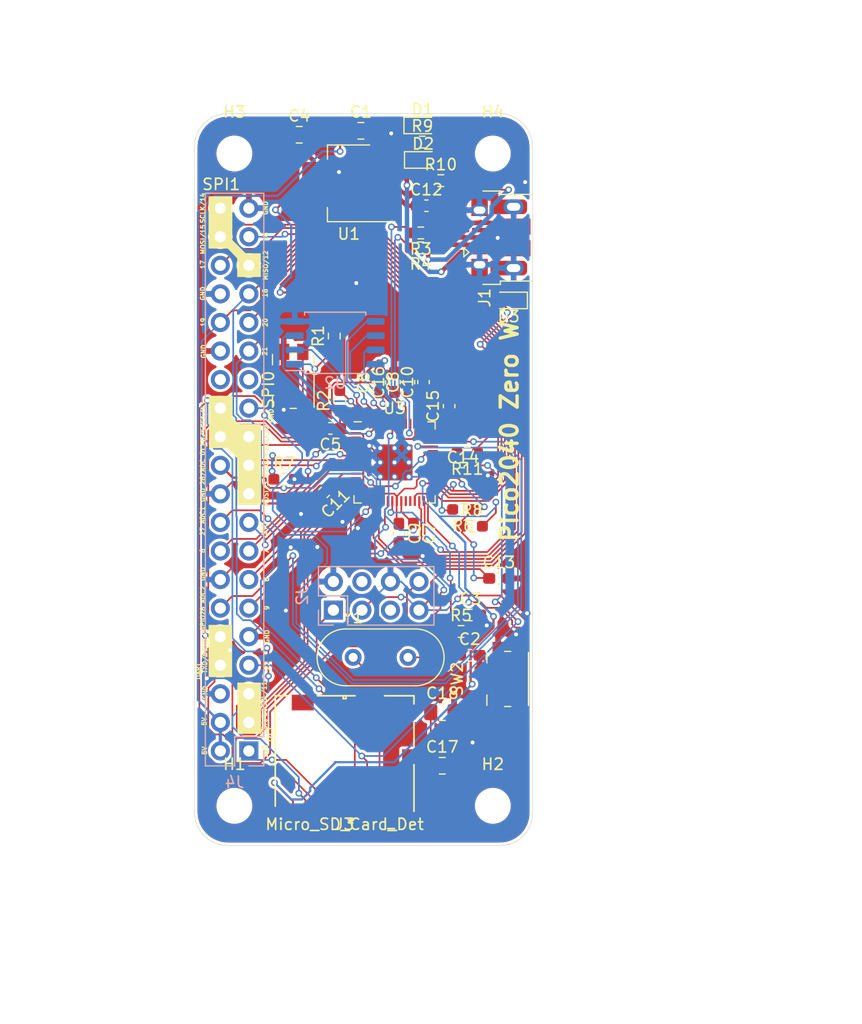
<source format=kicad_pcb>
(kicad_pcb (version 20171130) (host pcbnew "(5.1.9-0-10_14)")
  (title_block (title "RP2040 Minimal Design Example") (date 2020-07-13) (rev REV1) (company "Raspberry Pi (Trading) Ltd"))
  (layers (0 F.Cu signal) (31 B.Cu signal) (34 B.Paste user) (35 F.Paste user) (36 B.SilkS user) (37 F.SilkS user) (38 B.Mask user) (39 F.Mask user) (44 Edge.Cuts user))
  (net 0 "")
  (net 1 GND)
  (net 2 +5V)
  (net 3 /XIN)
  (net 4 "Net-(C3-Pad1)")
  (net 5 +3V3)
  (net 6 +1V1)
  (net 7 "Net-(D1-Pad2)")
  (net 8 "Net-(D2-Pad2)")
  (net 9 "Net-(D3-Pad2)")
  (net 10 /USB_D-)
  (net 11 /USB_D+)
  (net 12 "Net-(J1-Pad4)")
  (net 13 "Net-(J3-Pad10)")
  (net 14 "Net-(J3-Pad9)")
  (net 15 /GPIO20)
  (net 16 /GPIO19)
  (net 17 /GPIO5)
  (net 18 /GPIO18)
  (net 19 /GPIO22)
  (net 20 /GPIO21)
  (net 21 /GPIO14)
  (net 22 /GPIO15)
  (net 23 /GPIO16)
  (net 24 /GPIO17)
  (net 25 /GPIO12)
  (net 26 "Net-(J4-Pad28)")
  (net 27 "Net-(J4-Pad27)")
  (net 28 /GPIO13)
  (net 29 /GPIO2)
  (net 30 /GPIO26_ADC0)
  (net 31 /GPIO4)
  (net 32 /GPIO3)
  (net 33 /GPIO27_ADC1)
  (net 34 /GPIO6)
  (net 35 /GPIO7)
  (net 36 /GPIO8)
  (net 37 /GPIO28_ADC2)
  (net 38 /GPIO9)
  (net 39 /GPIO11)
  (net 40 /GPIO10)
  (net 41 /~USB_BOOT)
  (net 42 /QSPI_SS)
  (net 43 "Net-(R3-Pad2)")
  (net 44 "Net-(R4-Pad2)")
  (net 45 /XOUT)
  (net 46 /GPIO25)
  (net 47 /RUN)
  (net 48 /QSPI_SD3)
  (net 49 /QSPI_SCLK)
  (net 50 /QSPI_SD0)
  (net 51 /QSPI_SD2)
  (net 52 /QSPI_SD1)
  (net 53 /GPIO29_ADC3)
  (net 54 /GPIO24)
  (net 55 /GPIO23)
  (net 56 /SWD)
  (net 57 /SWCLK)
  (net 58 GPIO1)
  (net 59 ESP_RESET)
  (net 60 ESP_GPIO2)
  (net 61 GPIO0)
  (module Crystal:Crystal_HC49-U_Vertical (layer F.Cu) (at 186.62 140.51)
    (fp_text reference Y1 (at 0 -3.55) (layer F.SilkS))
    (fp_text value ABLS-12.000MHZ-B4-T)
    (pad 2 thru_hole circle (at 4.88 0) (size 1.5 1.5) (drill 0.8) (layers *.Cu *.Mask) (net 4 "Net-(C3-Pad1)"))
    (pad 1 thru_hole circle (at 0 0) (size 1.5 1.5) (drill 0.8) (layers *.Cu *.Mask) (net 3 /XIN))
  )
  (module Connector_PinSocket_2.54mm:PinSocket_2x04_P2.54mm_Vertical (layer B.Cu) (at 184.86 136.31 270)
    (fp_text reference J2 (at -1.27 2.77 270) (layer B.SilkS) (effects (justify mirror)))
    (fp_text value Conn_02x04_Odd_Even)
    (pad 8 thru_hole oval (at -2.54 -7.62 270) (size 1.7 1.7) (drill 1) (layers *.Cu *.Mask) (net 58 GPIO1))
    (pad 7 thru_hole oval (at 0 -7.62 270) (size 1.7 1.7) (drill 1) (layers *.Cu *.Mask) (net 5 +3V3))
    (pad 6 thru_hole oval (at -2.54 -5.08 270) (size 1.7 1.7) (drill 1) (layers *.Cu *.Mask) (net 1 GND))
    (pad 5 thru_hole oval (at 0 -5.08 270) (size 1.7 1.7) (drill 1) (layers *.Cu *.Mask) (net 59 ESP_RESET))
    (pad 4 thru_hole oval (at -2.54 -2.54 270) (size 1.7 1.7) (drill 1) (layers *.Cu *.Mask) (net 60 ESP_GPIO2))
    (pad 3 thru_hole oval (at 0 -2.54 270) (size 1.7 1.7) (drill 1) (layers *.Cu *.Mask) (net 5 +3V3))
    (pad 2 thru_hole oval (at -2.54 0 270) (size 1.7 1.7) (drill 1) (layers *.Cu *.Mask) (net 1 GND))
    (pad 1 thru_hole rect (at 0 0 270) (size 1.7 1.7) (drill 1) (layers *.Cu *.Mask) (net 61 GPIO0))
  )
  (module RP2040_minimal:RP2040-QFN-56 (layer F.Cu) (at 190.305 123.175)
    (fp_text reference U3 (at 0 -4.82) (layer F.SilkS))
    (fp_text value RP2040)
    (pad 56 smd roundrect (at -2.6 -3.4375) (size 0.2 0.875) (layers F.Cu F.Paste F.Mask) (net 42 /QSPI_SS))
    (pad 55 smd roundrect (at -2.2 -3.4375) (size 0.2 0.875) (layers F.Cu F.Paste F.Mask) (net 52 /QSPI_SD1))
    (pad 54 smd roundrect (at -1.8 -3.4375) (size 0.2 0.875) (layers F.Cu F.Paste F.Mask) (net 51 /QSPI_SD2))
    (pad 53 smd roundrect (at -1.4 -3.4375) (size 0.2 0.875) (layers F.Cu F.Paste F.Mask) (net 50 /QSPI_SD0))
    (pad 52 smd roundrect (at -1 -3.4375) (size 0.2 0.875) (layers F.Cu F.Paste F.Mask) (net 49 /QSPI_SCLK))
    (pad 51 smd roundrect (at -0.6 -3.4375) (size 0.2 0.875) (layers F.Cu F.Paste F.Mask) (net 48 /QSPI_SD3))
    (pad 50 smd roundrect (at -0.2 -3.4375) (size 0.2 0.875) (layers F.Cu F.Paste F.Mask) (net 6 +1V1))
    (pad 49 smd roundrect (at 0.2 -3.4375) (size 0.2 0.875) (layers F.Cu F.Paste F.Mask) (net 5 +3V3))
    (pad 48 smd roundrect (at 0.6 -3.4375) (size 0.2 0.875) (layers F.Cu F.Paste F.Mask) (net 5 +3V3))
    (pad 47 smd roundrect (at 1 -3.4375) (size 0.2 0.875) (layers F.Cu F.Paste F.Mask) (net 43 "Net-(R3-Pad2)"))
    (pad 46 smd roundrect (at 1.4 -3.4375) (size 0.2 0.875) (layers F.Cu F.Paste F.Mask) (net 44 "Net-(R4-Pad2)"))
    (pad 45 smd roundrect (at 1.8 -3.4375) (size 0.2 0.875) (layers F.Cu F.Paste F.Mask) (net 6 +1V1))
    (pad 44 smd roundrect (at 2.2 -3.4375) (size 0.2 0.875) (layers F.Cu F.Paste F.Mask) (net 5 +3V3))
    (pad 43 smd roundrect (at 2.6 -3.4375) (size 0.2 0.875) (layers F.Cu F.Paste F.Mask) (net 5 +3V3))
    (pad 42 smd roundrect (at 3.4375 -2.6) (size 0.875 0.2) (layers F.Cu F.Paste F.Mask) (net 5 +3V3))
    (pad 41 smd roundrect (at 3.4375 -2.2) (size 0.875 0.2) (layers F.Cu F.Paste F.Mask) (net 53 /GPIO29_ADC3))
    (pad 40 smd roundrect (at 3.4375 -1.8) (size 0.875 0.2) (layers F.Cu F.Paste F.Mask) (net 37 /GPIO28_ADC2))
    (pad 39 smd roundrect (at 3.4375 -1.4) (size 0.875 0.2) (layers F.Cu F.Paste F.Mask) (net 33 /GPIO27_ADC1))
    (pad 38 smd roundrect (at 3.4375 -1) (size 0.875 0.2) (layers F.Cu F.Paste F.Mask) (net 30 /GPIO26_ADC0))
    (pad 37 smd roundrect (at 3.4375 -0.6) (size 0.875 0.2) (layers F.Cu F.Paste F.Mask) (net 46 /GPIO25))
    (pad 36 smd roundrect (at 3.4375 -0.2) (size 0.875 0.2) (layers F.Cu F.Paste F.Mask) (net 54 /GPIO24))
    (pad 35 smd roundrect (at 3.4375 0.2) (size 0.875 0.2) (layers F.Cu F.Paste F.Mask) (net 55 /GPIO23))
    (pad 34 smd roundrect (at 3.4375 0.6) (size 0.875 0.2) (layers F.Cu F.Paste F.Mask) (net 19 /GPIO22))
    (pad 33 smd roundrect (at 3.4375 1) (size 0.875 0.2) (layers F.Cu F.Paste F.Mask) (net 5 +3V3))
    (pad 32 smd roundrect (at 3.4375 1.4) (size 0.875 0.2) (layers F.Cu F.Paste F.Mask) (net 20 /GPIO21))
    (pad 31 smd roundrect (at 3.4375 1.8) (size 0.875 0.2) (layers F.Cu F.Paste F.Mask) (net 15 /GPIO20))
    (pad 30 smd roundrect (at 3.4375 2.2) (size 0.875 0.2) (layers F.Cu F.Paste F.Mask) (net 16 /GPIO19))
    (pad 29 smd roundrect (at 3.4375 2.6) (size 0.875 0.2) (layers F.Cu F.Paste F.Mask) (net 18 /GPIO18))
    (pad 28 smd roundrect (at 2.6 3.4375) (size 0.2 0.875) (layers F.Cu F.Paste F.Mask) (net 24 /GPIO17))
    (pad 27 smd roundrect (at 2.2 3.4375) (size 0.2 0.875) (layers F.Cu F.Paste F.Mask) (net 23 /GPIO16))
    (pad 26 smd roundrect (at 1.8 3.4375) (size 0.2 0.875) (layers F.Cu F.Paste F.Mask) (net 47 /RUN))
    (pad 25 smd roundrect (at 1.4 3.4375) (size 0.2 0.875) (layers F.Cu F.Paste F.Mask) (net 56 /SWD))
    (pad 24 smd roundrect (at 1 3.4375) (size 0.2 0.875) (layers F.Cu F.Paste F.Mask) (net 57 /SWCLK))
    (pad 23 smd roundrect (at 0.6 3.4375) (size 0.2 0.875) (layers F.Cu F.Paste F.Mask) (net 6 +1V1))
    (pad 22 smd roundrect (at 0.2 3.4375) (size 0.2 0.875) (layers F.Cu F.Paste F.Mask) (net 5 +3V3))
    (pad 21 smd roundrect (at -0.2 3.4375) (size 0.2 0.875) (layers F.Cu F.Paste F.Mask) (net 45 /XOUT))
    (pad 20 smd roundrect (at -0.6 3.4375) (size 0.2 0.875) (layers F.Cu F.Paste F.Mask) (net 3 /XIN))
    (pad 19 smd roundrect (at -1 3.4375) (size 0.2 0.875) (layers F.Cu F.Paste F.Mask) (net 1 GND))
    (pad 18 smd roundrect (at -1.4 3.4375) (size 0.2 0.875) (layers F.Cu F.Paste F.Mask) (net 22 /GPIO15))
    (pad 17 smd roundrect (at -1.8 3.4375) (size 0.2 0.875) (layers F.Cu F.Paste F.Mask) (net 21 /GPIO14))
    (pad 16 smd roundrect (at -2.2 3.4375) (size 0.2 0.875) (layers F.Cu F.Paste F.Mask) (net 28 /GPIO13))
    (pad 15 smd roundrect (at -2.6 3.4375) (size 0.2 0.875) (layers F.Cu F.Paste F.Mask) (net 25 /GPIO12))
    (pad 14 smd roundrect (at -3.4375 2.6) (size 0.875 0.2) (layers F.Cu F.Paste F.Mask) (net 39 /GPIO11))
    (pad 13 smd roundrect (at -3.4375 2.2) (size 0.875 0.2) (layers F.Cu F.Paste F.Mask) (net 40 /GPIO10))
    (pad 12 smd roundrect (at -3.4375 1.8) (size 0.875 0.2) (layers F.Cu F.Paste F.Mask) (net 38 /GPIO9))
    (pad 11 smd roundrect (at -3.4375 1.4) (size 0.875 0.2) (layers F.Cu F.Paste F.Mask) (net 36 /GPIO8))
    (pad 10 smd roundrect (at -3.4375 1) (size 0.875 0.2) (layers F.Cu F.Paste F.Mask) (net 5 +3V3))
    (pad 9 smd roundrect (at -3.4375 0.6) (size 0.875 0.2) (layers F.Cu F.Paste F.Mask) (net 35 /GPIO7))
    (pad 8 smd roundrect (at -3.4375 0.2) (size 0.875 0.2) (layers F.Cu F.Paste F.Mask) (net 34 /GPIO6))
    (pad 7 smd roundrect (at -3.4375 -0.2) (size 0.875 0.2) (layers F.Cu F.Paste F.Mask) (net 17 /GPIO5))
    (pad 6 smd roundrect (at -3.4375 -0.6) (size 0.875 0.2) (layers F.Cu F.Paste F.Mask) (net 31 /GPIO4))
    (pad 5 smd roundrect (at -3.4375 -1) (size 0.875 0.2) (layers F.Cu F.Paste F.Mask) (net 32 /GPIO3))
    (pad 4 smd roundrect (at -3.4375 -1.4) (size 0.875 0.2) (layers F.Cu F.Paste F.Mask) (net 29 /GPIO2))
    (pad 3 smd roundrect (at -3.4375 -1.8) (size 0.875 0.2) (layers F.Cu F.Paste F.Mask) (net 58 GPIO1))
    (pad 2 smd roundrect (at -3.4375 -2.2) (size 0.875 0.2) (layers F.Cu F.Paste F.Mask) (net 61 GPIO0))
    (pad 1 smd roundrect (at -3.4375 -2.6) (size 0.875 0.2) (layers F.Cu F.Paste F.Mask) (net 5 +3V3))
    (pad 57 thru_hole circle (at 1.275 1.275) (size 0.6 0.6) (drill 0.35) (layers *.Cu) (net 1 GND))
    (pad 57 thru_hole circle (at 0 1.275) (size 0.6 0.6) (drill 0.35) (layers *.Cu) (net 1 GND))
    (pad 57 thru_hole circle (at -1.275 1.275) (size 0.6 0.6) (drill 0.35) (layers *.Cu) (net 1 GND))
    (pad 57 thru_hole circle (at 1.275 0) (size 0.6 0.6) (drill 0.35) (layers *.Cu) (net 1 GND))
    (pad 57 thru_hole circle (at 0 0) (size 0.6 0.6) (drill 0.35) (layers *.Cu) (net 1 GND))
    (pad 57 thru_hole circle (at -1.275 0) (size 0.6 0.6) (drill 0.35) (layers *.Cu) (net 1 GND))
    (pad 57 thru_hole circle (at 1.275 -1.275) (size 0.6 0.6) (drill 0.35) (layers *.Cu) (net 1 GND))
    (pad 57 thru_hole circle (at 0 -1.275) (size 0.6 0.6) (drill 0.35) (layers *.Cu) (net 1 GND))
    (pad 57 thru_hole circle (at -1.275 -1.275) (size 0.6 0.6) (drill 0.35) (layers *.Cu) (net 1 GND))
    (pad 57 smd roundrect (at 0 0) (size 3.2 3.2) (layers F.Cu F.Mask) (roundrect_rratio 0.045) (net 1 GND))
  )
  (module Package_SO:SOIC-8_5.23x5.23mm_P1.27mm (layer B.Cu) (at 185.02 112.54)
    (fp_text reference U2 (at 0 3.56) (layer B.SilkS) (effects (justify mirror)))
    (fp_text value W25Q128JVS)
    (pad 8 smd roundrect (at 3.6 1.905) (size 1.6 0.6) (layers B.Cu B.Paste B.Mask) (net 5 +3V3))
    (pad 7 smd roundrect (at 3.6 0.635) (size 1.6 0.6) (layers B.Cu B.Paste B.Mask) (net 48 /QSPI_SD3))
    (pad 6 smd roundrect (at 3.6 -0.635) (size 1.6 0.6) (layers B.Cu B.Paste B.Mask) (net 49 /QSPI_SCLK))
    (pad 5 smd roundrect (at 3.6 -1.905) (size 1.6 0.6) (layers B.Cu B.Paste B.Mask) (net 50 /QSPI_SD0))
    (pad 4 smd roundrect (at -3.6 -1.905) (size 1.6 0.6) (layers B.Cu B.Paste B.Mask) (net 1 GND))
    (pad 3 smd roundrect (at -3.6 -0.635) (size 1.6 0.6) (layers B.Cu B.Paste B.Mask) (net 51 /QSPI_SD2))
    (pad 2 smd roundrect (at -3.6 0.635) (size 1.6 0.6) (layers B.Cu B.Paste B.Mask) (net 52 /QSPI_SD1))
    (pad 1 smd roundrect (at -3.6 1.905) (size 1.6 0.6) (layers B.Cu B.Paste B.Mask) (net 42 /QSPI_SS))
  )
  (module Package_TO_SOT_SMD:SOT-223-3_TabPin2 (layer F.Cu) (at 186.24 98.36 180)
    (fp_text reference U1 (at 0 -4.5) (layer F.SilkS))
    (fp_text value NCP1117-3.3_SOT223)
    (pad 1 smd rect (at -3.15 -2.3 180) (size 2 1.5) (layers F.Cu F.Paste F.Mask) (net 1 GND))
    (pad 3 smd rect (at -3.15 2.3 180) (size 2 1.5) (layers F.Cu F.Paste F.Mask) (net 2 +5V))
    (pad 2 smd rect (at -3.15 0 180) (size 2 1.5) (layers F.Cu F.Paste F.Mask) (net 5 +3V3))
    (pad 2 smd rect (at 3.15 0 180) (size 2 3.8) (layers F.Cu F.Paste F.Mask) (net 5 +3V3))
  )
  (module Button_Switch_SMD:Panasonic_EVQPUK_EVQPUB (layer F.Cu) (at 200.37 142.43 90)
    (fp_text reference SW2 (at 0 -4.5 90) (layer F.SilkS))
    (fp_text value SW_Push)
    (pad 1 smd rect (at 2.575 -0.85 270) (size 1.45 1) (layers F.Cu F.Paste F.Mask) (net 1 GND))
    (pad 1 smd rect (at -2.575 -0.85 270) (size 1.45 1) (layers F.Cu F.Paste F.Mask) (net 1 GND))
    (pad 2 smd rect (at -2.575 0.85 270) (size 1.45 1) (layers F.Cu F.Paste F.Mask) (net 47 /RUN))
    (pad 2 smd rect (at 2.575 0.85 270) (size 1.45 1) (layers F.Cu F.Paste F.Mask) (net 47 /RUN))
  )
  (module Button_Switch_SMD:Panasonic_EVQPUK_EVQPUB (layer F.Cu) (at 181.29 115.92 90)
    (fp_text reference SW1 hide)
    (fp_text value SW_Push)
    (pad 1 smd rect (at 2.575 -0.85 270) (size 1.45 1) (layers F.Cu F.Paste F.Mask) (net 1 GND))
    (pad 1 smd rect (at -2.575 -0.85 270) (size 1.45 1) (layers F.Cu F.Paste F.Mask) (net 1 GND))
    (pad 2 smd rect (at -2.575 0.85 270) (size 1.45 1) (layers F.Cu F.Paste F.Mask) (net 41 /~USB_BOOT))
    (pad 2 smd rect (at 2.575 0.85 270) (size 1.45 1) (layers F.Cu F.Paste F.Mask) (net 41 /~USB_BOOT))
  )
  (module Resistor_SMD:R_0603_1608Metric_Pad0.98x0.95mm_HandSolder (layer F.Cu) (at 196.77 122.33 180)
    (fp_text reference R11 (at 0 -1.43) (layer F.SilkS))
    (fp_text value R_Small)
    (pad 2 smd roundrect (at 0.9125 0 180) (size 0.975 0.95) (layers F.Cu F.Paste F.Mask) (net 46 /GPIO25))
    (pad 1 smd roundrect (at -0.9125 0 180) (size 0.975 0.95) (layers F.Cu F.Paste F.Mask) (net 9 "Net-(D3-Pad2)"))
  )
  (module Resistor_SMD:R_0603_1608Metric_Pad0.98x0.95mm_HandSolder (layer F.Cu) (at 194.42 98.12)
    (fp_text reference R10 (at 0 -1.43) (layer F.SilkS))
    (fp_text value R_Small)
    (pad 2 smd roundrect (at 0.9125 0) (size 0.975 0.95) (layers F.Cu F.Paste F.Mask) (net 10 /USB_D-))
    (pad 1 smd roundrect (at -0.9125 0) (size 0.975 0.95) (layers F.Cu F.Paste F.Mask) (net 8 "Net-(D2-Pad2)"))
  )
  (module Resistor_SMD:R_0603_1608Metric_Pad0.98x0.95mm_HandSolder (layer F.Cu) (at 192.7775 94.69)
    (fp_text reference R9 (at 0 -1.43) (layer F.SilkS))
    (fp_text value R_Small)
    (pad 2 smd roundrect (at 0.9125 0) (size 0.975 0.95) (layers F.Cu F.Paste F.Mask) (net 11 /USB_D+))
    (pad 1 smd roundrect (at -0.9125 0) (size 0.975 0.95) (layers F.Cu F.Paste F.Mask) (net 7 "Net-(D1-Pad2)"))
  )
  (module Resistor_SMD:R_0603_1608Metric_Pad0.98x0.95mm_HandSolder (layer F.Cu) (at 197.21 128.85)
    (fp_text reference R8 (at 0 -1.43) (layer F.SilkS))
    (fp_text value 10K)
    (pad 2 smd roundrect (at 0.9125 0) (size 0.975 0.95) (layers F.Cu F.Paste F.Mask) (net 15 /GPIO20))
    (pad 1 smd roundrect (at -0.9125 0) (size 0.975 0.95) (layers F.Cu F.Paste F.Mask) (net 5 +3V3))
  )
  (module Resistor_SMD:R_0603_1608Metric_Pad0.98x0.95mm_HandSolder (layer F.Cu) (at 180.48 124.67)
    (fp_text reference R7 (at 0 -1.43) (layer F.SilkS))
    (fp_text value DNF)
    (pad 2 smd roundrect (at 0.9125 0) (size 0.975 0.95) (layers F.Cu F.Paste F.Mask) (net 1 GND))
    (pad 1 smd roundrect (at -0.9125 0) (size 0.975 0.95) (layers F.Cu F.Paste F.Mask) (net 17 /GPIO5))
  )
  (module Resistor_SMD:R_0603_1608Metric_Pad0.98x0.95mm_HandSolder (layer F.Cu) (at 196.39 127.36 180)
    (fp_text reference R6 (at 0 -1.43) (layer F.SilkS))
    (fp_text value 10K)
    (pad 2 smd roundrect (at 0.9125 0 180) (size 0.975 0.95) (layers F.Cu F.Paste F.Mask) (net 20 /GPIO21))
    (pad 1 smd roundrect (at -0.9125 0 180) (size 0.975 0.95) (layers F.Cu F.Paste F.Mask) (net 5 +3V3))
  )
  (module Resistor_SMD:R_0603_1608Metric_Pad0.98x0.95mm_HandSolder (layer F.Cu) (at 196.22 138.21)
    (fp_text reference R5 (at 0 -1.43) (layer F.SilkS))
    (fp_text value 1k)
    (pad 2 smd roundrect (at 0.9125 0) (size 0.975 0.95) (layers F.Cu F.Paste F.Mask) (net 4 "Net-(C3-Pad1)"))
    (pad 1 smd roundrect (at -0.9125 0) (size 0.975 0.95) (layers F.Cu F.Paste F.Mask) (net 45 /XOUT))
  )
  (module Resistor_SMD:R_0603_1608Metric_Pad0.98x0.95mm_HandSolder (layer F.Cu) (at 192.62 104.1 180)
    (fp_text reference R4 (at 0 -1.43) (layer F.SilkS))
    (fp_text value 27)
    (pad 2 smd roundrect (at 0.9125 0 180) (size 0.975 0.95) (layers F.Cu F.Paste F.Mask) (net 44 "Net-(R4-Pad2)"))
    (pad 1 smd roundrect (at -0.9125 0 180) (size 0.975 0.95) (layers F.Cu F.Paste F.Mask) (net 10 /USB_D-))
  )
  (module Resistor_SMD:R_0603_1608Metric_Pad0.98x0.95mm_HandSolder (layer F.Cu) (at 192.64 102.77 180)
    (fp_text reference R3 (at 0 -1.43) (layer F.SilkS))
    (fp_text value 27)
    (pad 2 smd roundrect (at 0.9125 0 180) (size 0.975 0.95) (layers F.Cu F.Paste F.Mask) (net 43 "Net-(R3-Pad2)"))
    (pad 1 smd roundrect (at -0.9125 0 180) (size 0.975 0.95) (layers F.Cu F.Paste F.Mask) (net 11 /USB_D+))
  )
  (module Resistor_SMD:R_0603_1608Metric_Pad0.98x0.95mm_HandSolder (layer F.Cu) (at 185.43 117.69 90)
    (fp_text reference R2 (at 0 -1.43 90) (layer F.SilkS))
    (fp_text value DNF)
    (pad 2 smd roundrect (at 0.9125 0 90) (size 0.975 0.95) (layers F.Cu F.Paste F.Mask) (net 42 /QSPI_SS))
    (pad 1 smd roundrect (at -0.9125 0 90) (size 0.975 0.95) (layers F.Cu F.Paste F.Mask) (net 5 +3V3))
  )
  (module Resistor_SMD:R_0603_1608Metric_Pad0.98x0.95mm_HandSolder (layer F.Cu) (at 184.94 111.94 90)
    (fp_text reference R1 (at 0 -1.43 90) (layer F.SilkS))
    (fp_text value 1k)
    (pad 2 smd roundrect (at 0.9125 0 90) (size 0.975 0.95) (layers F.Cu F.Paste F.Mask) (net 41 /~USB_BOOT))
    (pad 1 smd roundrect (at -0.9125 0 90) (size 0.975 0.95) (layers F.Cu F.Paste F.Mask) (net 42 /QSPI_SS))
  )
  (module Connector_PinSocket_2.54mm:PinSocket_2x20_P2.54mm_Vertical (layer B.Cu) (at 177.34 148.83)
    (fp_text reference J4 (at -1.27 2.77) (layer B.SilkS) (effects (justify mirror)))
    (fp_text value "Raspberry pi 0 pinout")
    (pad 40 thru_hole oval (at -2.54 -48.26) (size 1.7 1.7) (drill 1) (layers *.Cu *.Mask) (net 21 /GPIO14))
    (pad 39 thru_hole oval (at 0 -48.26) (size 1.7 1.7) (drill 1) (layers *.Cu *.Mask) (net 1 GND))
    (pad 38 thru_hole oval (at -2.54 -45.72) (size 1.7 1.7) (drill 1) (layers *.Cu *.Mask) (net 22 /GPIO15))
    (pad 37 thru_hole oval (at 0 -45.72) (size 1.7 1.7) (drill 1) (layers *.Cu *.Mask) (net 23 /GPIO16))
    (pad 36 thru_hole oval (at -2.54 -43.18) (size 1.7 1.7) (drill 1) (layers *.Cu *.Mask) (net 24 /GPIO17))
    (pad 35 thru_hole oval (at 0 -43.18) (size 1.7 1.7) (drill 1) (layers *.Cu *.Mask) (net 25 /GPIO12))
    (pad 34 thru_hole oval (at -2.54 -40.64) (size 1.7 1.7) (drill 1) (layers *.Cu *.Mask) (net 1 GND))
    (pad 33 thru_hole oval (at 0 -40.64) (size 1.7 1.7) (drill 1) (layers *.Cu *.Mask) (net 18 /GPIO18))
    (pad 32 thru_hole oval (at -2.54 -38.1) (size 1.7 1.7) (drill 1) (layers *.Cu *.Mask) (net 16 /GPIO19))
    (pad 31 thru_hole oval (at 0 -38.1) (size 1.7 1.7) (drill 1) (layers *.Cu *.Mask) (net 15 /GPIO20))
    (pad 30 thru_hole oval (at -2.54 -35.56) (size 1.7 1.7) (drill 1) (layers *.Cu *.Mask) (net 1 GND))
    (pad 29 thru_hole oval (at 0 -35.56) (size 1.7 1.7) (drill 1) (layers *.Cu *.Mask) (net 20 /GPIO21))
    (pad 28 thru_hole oval (at -2.54 -33.02) (size 1.7 1.7) (drill 1) (layers *.Cu *.Mask) (net 26 "Net-(J4-Pad28)"))
    (pad 27 thru_hole oval (at 0 -33.02) (size 1.7 1.7) (drill 1) (layers *.Cu *.Mask) (net 27 "Net-(J4-Pad27)"))
    (pad 26 thru_hole oval (at -2.54 -30.48) (size 1.7 1.7) (drill 1) (layers *.Cu *.Mask) (net 28 /GPIO13))
    (pad 25 thru_hole oval (at 0 -30.48) (size 1.7 1.7) (drill 1) (layers *.Cu *.Mask) (net 1 GND))
    (pad 24 thru_hole oval (at -2.54 -27.94) (size 1.7 1.7) (drill 1) (layers *.Cu *.Mask) (net 17 /GPIO5))
    (pad 23 thru_hole oval (at 0 -27.94) (size 1.7 1.7) (drill 1) (layers *.Cu *.Mask) (net 29 /GPIO2))
    (pad 22 thru_hole oval (at -2.54 -25.4) (size 1.7 1.7) (drill 1) (layers *.Cu *.Mask) (net 30 /GPIO26_ADC0))
    (pad 21 thru_hole oval (at 0 -25.4) (size 1.7 1.7) (drill 1) (layers *.Cu *.Mask) (net 31 /GPIO4))
    (pad 20 thru_hole oval (at -2.54 -22.86) (size 1.7 1.7) (drill 1) (layers *.Cu *.Mask) (net 1 GND))
    (pad 19 thru_hole oval (at 0 -22.86) (size 1.7 1.7) (drill 1) (layers *.Cu *.Mask) (net 32 /GPIO3))
    (pad 18 thru_hole oval (at -2.54 -20.32) (size 1.7 1.7) (drill 1) (layers *.Cu *.Mask) (net 33 /GPIO27_ADC1))
    (pad 17 thru_hole oval (at 0 -20.32) (size 1.7 1.7) (drill 1) (layers *.Cu *.Mask) (net 5 +3V3))
    (pad 16 thru_hole oval (at -2.54 -17.78) (size 1.7 1.7) (drill 1) (layers *.Cu *.Mask) (net 34 /GPIO6))
    (pad 15 thru_hole oval (at 0 -17.78) (size 1.7 1.7) (drill 1) (layers *.Cu *.Mask) (net 35 /GPIO7))
    (pad 14 thru_hole oval (at -2.54 -15.24) (size 1.7 1.7) (drill 1) (layers *.Cu *.Mask) (net 1 GND))
    (pad 13 thru_hole oval (at 0 -15.24) (size 1.7 1.7) (drill 1) (layers *.Cu *.Mask) (net 36 /GPIO8))
    (pad 12 thru_hole oval (at -2.54 -12.7) (size 1.7 1.7) (drill 1) (layers *.Cu *.Mask) (net 37 /GPIO28_ADC2))
    (pad 11 thru_hole oval (at 0 -12.7) (size 1.7 1.7) (drill 1) (layers *.Cu *.Mask) (net 38 /GPIO9))
    (pad 10 thru_hole oval (at -2.54 -10.16) (size 1.7 1.7) (drill 1) (layers *.Cu *.Mask) (net 58 GPIO1))
    (pad 9 thru_hole oval (at 0 -10.16) (size 1.7 1.7) (drill 1) (layers *.Cu *.Mask) (net 1 GND))
    (pad 8 thru_hole oval (at -2.54 -7.62) (size 1.7 1.7) (drill 1) (layers *.Cu *.Mask) (net 61 GPIO0))
    (pad 7 thru_hole oval (at 0 -7.62) (size 1.7 1.7) (drill 1) (layers *.Cu *.Mask) (net 19 /GPIO22))
    (pad 6 thru_hole oval (at -2.54 -5.08) (size 1.7 1.7) (drill 1) (layers *.Cu *.Mask) (net 1 GND))
    (pad 5 thru_hole oval (at 0 -5.08) (size 1.7 1.7) (drill 1) (layers *.Cu *.Mask) (net 39 /GPIO11))
    (pad 4 thru_hole oval (at -2.54 -2.54) (size 1.7 1.7) (drill 1) (layers *.Cu *.Mask) (net 2 +5V))
    (pad 3 thru_hole oval (at 0 -2.54) (size 1.7 1.7) (drill 1) (layers *.Cu *.Mask) (net 40 /GPIO10))
    (pad 2 thru_hole oval (at -2.54 0) (size 1.7 1.7) (drill 1) (layers *.Cu *.Mask) (net 2 +5V))
    (pad 1 thru_hole rect (at 0 0) (size 1.7 1.7) (drill 1) (layers *.Cu *.Mask) (net 5 +3V3))
  )
  (module "SD Card, Easy Solder, Raspberry Pi:104031-0811" (layer F.Cu) (at 185.86 149.83)
    (fp_text reference J3 (at 0 5.5215) (layer F.SilkS))
    (fp_text value Micro_SD_Card_Det (at 0 5.5215) (layer F.SilkS))
    (fp_text user * (at 0.565 5.5215) (layer F.SilkS))
    (fp_text user * (at 0.565 5.5215) (layer F.SilkS))
    (pad 10 smd rect (at 5.740001 -4.3285) (size 1.2446 1.0414) (layers F.Cu F.Paste F.Mask) (net 13 "Net-(J3-Pad10)"))
    (pad 9 smd rect (at 5.740001 -0.6285) (size 1.2446 1.0414) (layers F.Cu F.Paste F.Mask) (net 14 "Net-(J3-Pad9)"))
    (pad 12 smd rect (at -5.755 5.171501) (size 1.2192 1.8542) (layers F.Cu F.Paste F.Mask))
    (pad 11 smd rect (at 5.565 5.396499) (size 1.6002 1.397) (layers F.Cu F.Paste F.Mask) (net 1 GND))
    (pad 14 smd rect (at 2.240011 -5.3035) (size 1.9558 1.397) (layers F.Cu F.Paste F.Mask))
    (pad 13 smd rect (at -3.72999 -5.3035) (size 1.9558 1.397) (layers F.Cu F.Paste F.Mask))
    (pad 8 smd rect (at -4.595 5.5215) (size 0.8128 1.143) (layers F.Cu F.Paste F.Mask) (net 15 /GPIO20))
    (pad 7 smd rect (at -3.494999 5.5215) (size 0.8128 1.143) (layers F.Cu F.Paste F.Mask) (net 16 /GPIO19))
    (pad 6 smd rect (at -2.395002 5.5215) (size 0.8128 1.143) (layers F.Cu F.Paste F.Mask) (net 1 GND))
    (pad 5 smd rect (at -1.295001 5.5215) (size 0.8128 1.143) (layers F.Cu F.Paste F.Mask) (net 17 /GPIO5))
    (pad 4 smd rect (at -0.195001 5.5215) (size 0.8128 1.143) (layers F.Cu F.Paste F.Mask) (net 5 +3V3))
    (pad 3 smd rect (at 0.904999 5.5215) (size 0.8128 1.143) (layers F.Cu F.Paste F.Mask) (net 18 /GPIO18))
    (pad 2 smd rect (at 2.005 5.5215) (size 0.8128 1.143) (layers F.Cu F.Paste F.Mask) (net 19 /GPIO22))
    (pad 1 smd rect (at 3.105 5.5215) (size 0.8128 1.143) (layers F.Cu F.Paste F.Mask) (net 20 /GPIO21))
  )
  (module RP2040_minimal:USB_Micro-B_Amphenol_10103594-0001LF_Horizontal_modified (layer F.Cu) (at 200.9 103.17 90)
    (fp_text reference J1 (at -5.365 -2.58 -90) (layer F.SilkS))
    (fp_text value USB_B_Micro)
    (pad 6 thru_hole oval (at 2.425 -3.03 180) (size 1.45 1.05) (drill oval 1.05 0.65) (layers *.Cu *.Mask) (net 1 GND))
    (pad 6 smd rect (at 2.9875 -1.7 90) (size 1.825 0.7) (layers F.Cu F.Paste F.Mask) (net 1 GND))
    (pad 6 smd roundrect (at 2.725 -0.425 90) (size 1.3 3.25) (layers F.Cu F.Paste F.Mask) (roundrect_rratio 0.296) (net 1 GND))
    (pad 6 smd roundrect (at -2.725 -0.425 90) (size 1.3 3.25) (layers F.Cu F.Paste F.Mask) (roundrect_rratio 0.296) (net 1 GND))
    (pad 6 smd rect (at -2.9875 -1.7 90) (size 1.825 0.7) (layers F.Cu F.Paste F.Mask) (net 1 GND))
    (pad 6 smd rect (at -2.9 -3.03 90) (size 2 1.46) (layers F.Cu F.Paste F.Mask) (net 1 GND))
    (pad 6 smd rect (at 2.9 -3.03 90) (size 2 1.46) (layers F.Cu F.Paste F.Mask) (net 1 GND))
    (pad 1 smd rect (at -1.3 -2.825 180) (size 1.75 0.4) (layers F.Cu F.Paste F.Mask) (net 2 +5V))
    (pad 2 smd rect (at -0.65 -2.825 180) (size 1.75 0.4) (layers F.Cu F.Paste F.Mask) (net 10 /USB_D-))
    (pad 3 smd rect (at 0 -2.825 180) (size 1.75 0.4) (layers F.Cu F.Paste F.Mask) (net 11 /USB_D+))
    (pad 4 smd rect (at 0.65 -2.825 180) (size 1.75 0.4) (layers F.Cu F.Paste F.Mask) (net 12 "Net-(J1-Pad4)"))
    (pad 5 smd rect (at 1.3 -2.825 180) (size 1.75 0.4) (layers F.Cu F.Paste F.Mask) (net 1 GND))
    (pad 6 thru_hole oval (at -2.425 -3.03 180) (size 1.45 1.05) (drill oval 1.05 0.65) (layers *.Cu *.Mask) (net 1 GND))
    (pad 6 thru_hole oval (at -2.725 0 180) (size 1.8 1.3) (drill oval 1.2 0.7) (layers *.Cu *.Mask) (net 1 GND))
    (pad 6 thru_hole oval (at 2.725 0 180) (size 1.8 1.3) (drill oval 1.2 0.7) (layers *.Cu *.Mask) (net 1 GND))
    (pad 6 smd rect (at -0.9625 0.25 180) (size 2.5 1.425) (layers F.Cu F.Paste F.Mask) (net 1 GND))
    (pad 6 smd rect (at 0.9625 0.25 180) (size 2.5 1.425) (layers F.Cu F.Paste F.Mask) (net 1 GND))
  )
  (module MountingHole:MountingHole_2.7mm_M2.5 (layer F.Cu) (at 199.05 95.71)
    (fp_text reference H4 (at 0 -3.7) (layer F.SilkS))
    (fp_text value MountingHole)
    (pad 1 np_thru_hole circle (at 0 0) (size 2.7 2.7) (drill 2.7) (layers *.Cu *.Mask))
  )
  (module MountingHole:MountingHole_2.7mm_M2.5 (layer F.Cu) (at 176.05 95.71)
    (fp_text reference H3 (at 0 -3.7) (layer F.SilkS))
    (fp_text value MountingHole)
    (pad 1 np_thru_hole circle (at 0 0) (size 2.7 2.7) (drill 2.7) (layers *.Cu *.Mask))
  )
  (module MountingHole:MountingHole_2.7mm_M2.5 (layer F.Cu) (at 199.05 153.71)
    (fp_text reference H2 (at 0 -3.7) (layer F.SilkS))
    (fp_text value MountingHole)
    (pad 1 np_thru_hole circle (at 0 0) (size 2.7 2.7) (drill 2.7) (layers *.Cu *.Mask))
  )
  (module MountingHole:MountingHole_2.7mm_M2.5 (layer F.Cu) (at 176.05 153.71)
    (fp_text reference H1 (at 0 -3.7) (layer F.SilkS))
    (fp_text value MountingHole)
    (pad 1 np_thru_hole circle (at 0 0) (size 2.7 2.7) (drill 2.7) (layers *.Cu *.Mask))
  )
  (module LED_SMD:LED_0603_1608Metric_Pad1.05x0.95mm_HandSolder (layer F.Cu) (at 200.46 108.77 180)
    (fp_text reference D3 (at 0 -1.43) (layer F.SilkS))
    (fp_text value LED)
    (pad 2 smd roundrect (at 0.875 0 180) (size 1.05 0.95) (layers F.Cu F.Paste F.Mask) (net 9 "Net-(D3-Pad2)"))
    (pad 1 smd roundrect (at -0.875 0 180) (size 1.05 0.95) (layers F.Cu F.Paste F.Mask) (net 1 GND))
  )
  (module LED_SMD:LED_0603_1608Metric_Pad1.05x0.95mm_HandSolder (layer F.Cu) (at 192.85 96.28)
    (fp_text reference D2 (at 0 -1.43) (layer F.SilkS))
    (fp_text value LED)
    (pad 2 smd roundrect (at 0.875 0) (size 1.05 0.95) (layers F.Cu F.Paste F.Mask) (net 8 "Net-(D2-Pad2)"))
    (pad 1 smd roundrect (at -0.875 0) (size 1.05 0.95) (layers F.Cu F.Paste F.Mask) (net 1 GND))
  )
  (module LED_SMD:LED_0603_1608Metric_Pad1.05x0.95mm_HandSolder (layer F.Cu) (at 192.8 93.21)
    (fp_text reference D1 (at 0 -1.43) (layer F.SilkS))
    (fp_text value LED)
    (pad 2 smd roundrect (at 0.875 0) (size 1.05 0.95) (layers F.Cu F.Paste F.Mask) (net 7 "Net-(D1-Pad2)"))
    (pad 1 smd roundrect (at -0.875 0) (size 1.05 0.95) (layers F.Cu F.Paste F.Mask) (net 1 GND))
  )
  (module Capacitor_SMD:C_0805_2012Metric_Pad1.18x1.45mm_HandSolder (layer F.Cu) (at 194.5625 145.38)
    (fp_text reference C18 (at 0 -1.68) (layer F.SilkS))
    (fp_text value 10u)
    (pad 2 smd roundrect (at 1.0375 0) (size 1.175 1.45) (layers F.Cu F.Paste F.Mask) (roundrect_rratio 0.212766) (net 1 GND))
    (pad 1 smd roundrect (at -1.0375 0) (size 1.175 1.45) (layers F.Cu F.Paste F.Mask) (roundrect_rratio 0.212766) (net 5 +3V3))
  )
  (module Capacitor_SMD:C_0805_2012Metric_Pad1.18x1.45mm_HandSolder (layer F.Cu) (at 194.55 150.15)
    (fp_text reference C17 (at 0 -1.68) (layer F.SilkS))
    (fp_text value 10u)
    (pad 2 smd roundrect (at 1.0375 0) (size 1.175 1.45) (layers F.Cu F.Paste F.Mask) (roundrect_rratio 0.212766) (net 1 GND))
    (pad 1 smd roundrect (at -1.0375 0) (size 1.175 1.45) (layers F.Cu F.Paste F.Mask) (roundrect_rratio 0.212766) (net 5 +3V3))
  )
  (module Capacitor_SMD:C_0603_1608Metric_Pad1.08x0.95mm_HandSolder (layer F.Cu) (at 190.3 116.04 90)
    (fp_text reference C16 (at 0 -1.43 90) (layer F.SilkS))
    (fp_text value 100n)
    (pad 2 smd roundrect (at 0.8625 0 90) (size 1.075 0.95) (layers F.Cu F.Paste F.Mask) (net 1 GND))
    (pad 1 smd roundrect (at -0.8625 0 90) (size 1.075 0.95) (layers F.Cu F.Paste F.Mask) (net 5 +3V3))
  )
  (module Capacitor_SMD:C_0603_1608Metric_Pad1.08x0.95mm_HandSolder (layer F.Cu) (at 195.16 118.17 90)
    (fp_text reference C15 (at 0 -1.43 90) (layer F.SilkS))
    (fp_text value 100n)
    (pad 2 smd roundrect (at 0.8625 0 90) (size 1.075 0.95) (layers F.Cu F.Paste F.Mask) (net 1 GND))
    (pad 1 smd roundrect (at -0.8625 0 90) (size 1.075 0.95) (layers F.Cu F.Paste F.Mask) (net 5 +3V3))
  )
  (module Capacitor_SMD:C_0603_1608Metric_Pad1.08x0.95mm_HandSolder (layer F.Cu) (at 196.39 124.16)
    (fp_text reference C14 (at 0 -1.43) (layer F.SilkS))
    (fp_text value 100n)
    (pad 2 smd roundrect (at 0.8625 0) (size 1.075 0.95) (layers F.Cu F.Paste F.Mask) (net 1 GND))
    (pad 1 smd roundrect (at -0.8625 0) (size 1.075 0.95) (layers F.Cu F.Paste F.Mask) (net 5 +3V3))
  )
  (module Capacitor_SMD:C_0603_1608Metric_Pad1.08x0.95mm_HandSolder (layer F.Cu) (at 199.59 133.49)
    (fp_text reference C13 (at 0 -1.43) (layer F.SilkS))
    (fp_text value 100n)
    (pad 2 smd roundrect (at 0.8625 0) (size 1.075 0.95) (layers F.Cu F.Paste F.Mask) (net 1 GND))
    (pad 1 smd roundrect (at -0.8625 0) (size 1.075 0.95) (layers F.Cu F.Paste F.Mask) (net 5 +3V3))
  )
  (module Capacitor_SMD:C_0603_1608Metric_Pad1.08x0.95mm_HandSolder (layer F.Cu) (at 193.14 100.35)
    (fp_text reference C12 (at 0 -1.43) (layer F.SilkS))
    (fp_text value 100n)
    (pad 2 smd roundrect (at 0.8625 0) (size 1.075 0.95) (layers F.Cu F.Paste F.Mask) (net 1 GND))
    (pad 1 smd roundrect (at -0.8625 0) (size 1.075 0.95) (layers F.Cu F.Paste F.Mask) (net 5 +3V3))
  )
  (module Capacitor_SMD:C_0603_1608Metric_Pad1.08x0.95mm_HandSolder (layer F.Cu) (at 184.04 125.84 225)
    (fp_text reference C11 (at 0 -1.43 45) (layer F.SilkS))
    (fp_text value 100n)
    (pad 2 smd roundrect (at 0.8625 0 225) (size 1.075 0.95) (layers F.Cu F.Paste F.Mask) (net 1 GND))
    (pad 1 smd roundrect (at -0.8625 0 225) (size 1.075 0.95) (layers F.Cu F.Paste F.Mask) (net 5 +3V3))
  )
  (module Capacitor_SMD:C_0603_1608Metric_Pad1.08x0.95mm_HandSolder (layer F.Cu) (at 192.88 116.03 90)
    (fp_text reference C10 (at 0 -1.43 90) (layer F.SilkS))
    (fp_text value 1u)
    (pad 2 smd roundrect (at 0.8625 0 90) (size 1.075 0.95) (layers F.Cu F.Paste F.Mask) (net 1 GND))
    (pad 1 smd roundrect (at -0.8625 0 90) (size 1.075 0.95) (layers F.Cu F.Paste F.Mask) (net 5 +3V3))
  )
  (module Capacitor_SMD:C_0603_1608Metric_Pad1.08x0.95mm_HandSolder (layer F.Cu) (at 190.69 129.49 270)
    (fp_text reference C9 (at 0 -1.43 90) (layer F.SilkS))
    (fp_text value 100n)
    (pad 2 smd roundrect (at 0.8625 0 270) (size 1.075 0.95) (layers F.Cu F.Paste F.Mask) (net 1 GND))
    (pad 1 smd roundrect (at -0.8625 0 270) (size 1.075 0.95) (layers F.Cu F.Paste F.Mask) (net 5 +3V3))
  )
  (module Capacitor_SMD:C_0603_1608Metric_Pad1.08x0.95mm_HandSolder (layer F.Cu) (at 191.59 116.0375 90)
    (fp_text reference C8 (at 0 -1.43 90) (layer F.SilkS))
    (fp_text value 1u)
    (pad 2 smd roundrect (at 0.8625 0 90) (size 1.075 0.95) (layers F.Cu F.Paste F.Mask) (net 1 GND))
    (pad 1 smd roundrect (at -0.8625 0 90) (size 1.075 0.95) (layers F.Cu F.Paste F.Mask) (net 6 +1V1))
  )
  (module Capacitor_SMD:C_0603_1608Metric_Pad1.08x0.95mm_HandSolder (layer F.Cu) (at 191.98 129.49 270)
    (fp_text reference C7 (at 0 -1.43 90) (layer F.SilkS))
    (fp_text value 100n)
    (pad 2 smd roundrect (at 0.8625 0 270) (size 1.075 0.95) (layers F.Cu F.Paste F.Mask) (net 1 GND))
    (pad 1 smd roundrect (at -0.8625 0 270) (size 1.075 0.95) (layers F.Cu F.Paste F.Mask) (net 6 +1V1))
  )
  (module Capacitor_SMD:C_0603_1608Metric_Pad1.08x0.95mm_HandSolder (layer F.Cu) (at 188.99 116.0675 90)
    (fp_text reference C6 (at 0 -1.43 90) (layer F.SilkS))
    (fp_text value 100n)
    (pad 2 smd roundrect (at 0.8625 0 90) (size 1.075 0.95) (layers F.Cu F.Paste F.Mask) (net 1 GND))
    (pad 1 smd roundrect (at -0.8625 0 90) (size 1.075 0.95) (layers F.Cu F.Paste F.Mask) (net 6 +1V1))
  )
  (module Capacitor_SMD:C_0603_1608Metric_Pad1.08x0.95mm_HandSolder (layer F.Cu) (at 184.59 120.15 180)
    (fp_text reference C5 (at 0 -1.43) (layer F.SilkS))
    (fp_text value 100n)
    (pad 2 smd roundrect (at 0.8625 0 180) (size 1.075 0.95) (layers F.Cu F.Paste F.Mask) (net 1 GND))
    (pad 1 smd roundrect (at -0.8625 0 180) (size 1.075 0.95) (layers F.Cu F.Paste F.Mask) (net 5 +3V3))
  )
  (module Capacitor_SMD:C_0805_2012Metric_Pad1.18x1.45mm_HandSolder (layer F.Cu) (at 181.82 94.04)
    (fp_text reference C4 (at 0 -1.68) (layer F.SilkS))
    (fp_text value 10u)
    (pad 2 smd roundrect (at 1.0375 0) (size 1.175 1.45) (layers F.Cu F.Paste F.Mask) (roundrect_rratio 0.212766) (net 1 GND))
    (pad 1 smd roundrect (at -1.0375 0) (size 1.175 1.45) (layers F.Cu F.Paste F.Mask) (roundrect_rratio 0.212766) (net 5 +3V3))
  )
  (module Capacitor_SMD:C_0603_1608Metric_Pad1.08x0.95mm_HandSolder (layer F.Cu) (at 197.06 136.74)
    (fp_text reference C3 (at 0 -1.43) (layer F.SilkS))
    (fp_text value 27p)
    (pad 2 smd roundrect (at 0.8625 0) (size 1.075 0.95) (layers F.Cu F.Paste F.Mask) (net 1 GND))
    (pad 1 smd roundrect (at -0.8625 0) (size 1.075 0.95) (layers F.Cu F.Paste F.Mask) (net 4 "Net-(C3-Pad1)"))
  )
  (module Capacitor_SMD:C_0603_1608Metric_Pad1.08x0.95mm_HandSolder (layer F.Cu) (at 197 140.32)
    (fp_text reference C2 (at 0 -1.43) (layer F.SilkS))
    (fp_text value 27p)
    (pad 2 smd roundrect (at 0.8625 0) (size 1.075 0.95) (layers F.Cu F.Paste F.Mask) (net 1 GND))
    (pad 1 smd roundrect (at -0.8625 0) (size 1.075 0.95) (layers F.Cu F.Paste F.Mask) (net 3 /XIN))
  )
  (module Capacitor_SMD:C_0805_2012Metric_Pad1.18x1.45mm_HandSolder (layer F.Cu) (at 187.31 93.69)
    (fp_text reference C1 (at 0 -1.68) (layer F.SilkS))
    (fp_text value 10u)
    (pad 2 smd roundrect (at 1.0375 0) (size 1.175 1.45) (layers F.Cu F.Paste F.Mask) (roundrect_rratio 0.212766) (net 1 GND))
    (pad 1 smd roundrect (at -1.0375 0) (size 1.175 1.45) (layers F.Cu F.Paste F.Mask) (roundrect_rratio 0.212766) (net 2 +5V))
  )
  (gr_text 3V3 (at 178.81 148.84 90) (layer F.SilkS) (effects (font (size 0.4 0.4) (thickness 0.1))))
  (gr_text 5V (at 173.4 148.8 90) (layer F.SilkS) (effects (font (size 0.4 0.4) (thickness 0.1))))
  (gr_text 5V (at 173.37 146.21 90) (layer F.SilkS) (effects (font (size 0.4 0.4) (thickness 0.1))))
  (gr_text SCL/11 (at 178.72 143.78 90) (layer F.SilkS) (effects (font (size 0.4 0.4) (thickness 0.1))))
  (gr_text SDA/10 (at 178.73 146.15 90) (layer F.SilkS) (effects (font (size 0.4 0.4) (thickness 0.1))))
  (gr_text I2C1 (at 179.22 147.33 90) (layer F.SilkS) (effects (font (size 0.4 0.4) (thickness 0.1))))
  (gr_poly (pts (xy 178.37 147.26) (xy 176.38 147.26) (xy 176.36 142.8) (xy 178.36 142.8)) (layer F.SilkS) (width 0.1))
  (gr_text GND (at 173.45 143.65 90) (layer F.SilkS) (effects (font (size 0.4 0.4) (thickness 0.1))))
  (gr_text 22 (at 178.97 141.25 90) (layer F.SilkS) (effects (font (size 0.4 0.4) (thickness 0.1))))
  (gr_text GND (at 178.95 138.67 90) (layer F.SilkS) (effects (font (size 0.4 0.4) (thickness 0.1))))
  (gr_text RXD/1 (at 173.44 139.02 90) (layer F.SilkS) (effects (font (size 0.4 0.4) (thickness 0.1))))
  (gr_text TXD/0 (at 173.42 140.97 90) (layer F.SilkS) (effects (font (size 0.4 0.4) (thickness 0.1))))
  (gr_text "UART\n" (at 172.85 141.75 90) (layer F.SilkS) (effects (font (size 0.4 0.4) (thickness 0.1))))
  (gr_poly (pts (xy 175.8 142.21) (xy 173.81 142.21) (xy 173.8 137.67) (xy 175.8 137.67)) (layer F.SilkS) (width 0.1))
  (gr_text GND (at 173.25 133.1 90) (layer F.SilkS) (effects (font (size 0.4 0.4) (thickness 0.1))))
  (gr_text GPIO28_ADC2 (at 173.25 136.17 90) (layer F.SilkS) (effects (font (size 0.4 0.4) (thickness 0.1))))
  (gr_text 9 (at 178.94 136.11 90) (layer F.SilkS) (effects (font (size 0.4 0.4) (thickness 0.1))))
  (gr_text 8 (at 178.93 133.58 90) (layer F.SilkS) (effects (font (size 0.4 0.4) (thickness 0.1))))
  (gr_text 6 (at 173.23 131.03 90) (layer F.SilkS) (effects (font (size 0.4 0.4) (thickness 0.1))))
  (gr_text "27_ADC1\n" (at 173.23 128.39 90) (layer F.SilkS) (effects (font (size 0.4 0.4) (thickness 0.1))))
  (gr_text 7 (at 178.91 131.11 90) (layer F.SilkS) (effects (font (size 0.4 0.4) (thickness 0.1))))
  (gr_text 3V3 (at 178.73 129.05 90) (layer F.SilkS) (effects (font (size 0.4 0.4) (thickness 0.1))))
  (gr_text GND (at 173.25 126.07 90) (layer F.SilkS) (effects (font (size 0.4 0.4) (thickness 0.1))))
  (gr_text 26/ADC_0 (at 173.24 123.67 90) (layer F.SilkS) (effects (font (size 0.4 0.4) (thickness 0.1))))
  (gr_text MOSI/3 (at 178.87 125.99 90) (layer F.SilkS) (effects (font (size 0.4 0.4) (thickness 0.1))))
  (gr_text MISO/4 (at 178.87 123.44 90) (layer F.SilkS) (effects (font (size 0.4 0.4) (thickness 0.1))))
  (gr_text SCLK/2 (at 178.89 120.98 90) (layer F.SilkS) (effects (font (size 0.4 0.4) (thickness 0.1))))
  (gr_text GND (at 179.33 119.02 90) (layer F.SilkS) (effects (font (size 0.4 0.4) (thickness 0.1))))
  (gr_text "CE0/5\n" (at 173.29 121.13 90) (layer F.SilkS) (effects (font (size 0.4 0.4) (thickness 0.1))))
  (gr_text "CE1/13\n" (at 173.3 118.93 90) (layer F.SilkS) (effects (font (size 0.4 0.4) (thickness 0.1))))
  (gr_text SPI0 (at 179.08 116.72 90) (layer F.SilkS) (effects (font (size 1 1))))
  (gr_poly (pts (xy 177.19 120.49) (xy 176.7 123.08) (xy 175.03 121.5) (xy 175.47 118.93)) (layer F.SilkS) (width 0.1))
  (gr_poly (pts (xy 178.37 126.9) (xy 176.37 126.9) (xy 176.37 119.82) (xy 178.37 119.82)) (layer F.SilkS) (width 0.1))
  (gr_poly (pts (xy 175.84 121.84) (xy 173.84 121.85) (xy 173.84 117.3) (xy 175.85 117.3)) (layer F.SilkS) (width 0.1))
  (gr_text 21 (at 178.76 113.29 90) (layer F.SilkS) (effects (font (size 0.4 0.4) (thickness 0.1))))
  (gr_text GND (at 173.31 113.31 90) (layer F.SilkS) (effects (font (size 0.4 0.4) (thickness 0.1))))
  (gr_text 19 (at 173.28 110.71 90) (layer F.SilkS) (effects (font (size 0.4 0.4) (thickness 0.1))))
  (gr_text "20\n" (at 178.8 110.73 90) (layer F.SilkS) (effects (font (size 0.4 0.4) (thickness 0.1))))
  (gr_text 18 (at 178.8 108.11 90) (layer F.SilkS) (effects (font (size 0.4 0.4) (thickness 0.1))))
  (gr_text GND (at 173.24 108.16 90) (layer F.SilkS) (effects (font (size 0.4 0.4) (thickness 0.1))))
  (gr_text 17 (at 173.24 105.59 90) (layer F.SilkS) (effects (font (size 0.4 0.4) (thickness 0.1))))
  (gr_text MISO/12 (at 178.83 105.65 90) (layer F.SilkS) (effects (font (size 0.4 0.4) (thickness 0.1))))
  (gr_text 16 (at 178.83 103.11 90) (layer F.SilkS) (effects (font (size 0.4 0.4) (thickness 0.1))))
  (gr_text "GND\n" (at 178.83 100.55 90) (layer F.SilkS) (effects (font (size 0.4 0.4) (thickness 0.1))))
  (gr_text MOSI/15 (at 173.26 103.35 90) (layer F.SilkS) (effects (font (size 0.4 0.4) (thickness 0.1))))
  (gr_text "SCLK/14\n" (at 173.24 100.55 90) (layer F.SilkS) (effects (font (size 0.4 0.4) (thickness 0.1))))
  (gr_text SPI1 (at 174.88 98.45) (layer F.SilkS) (effects (font (size 1 1))))
  (gr_poly (pts (xy 176.78 104.8) (xy 176.4 105.06) (xy 175.18 103.8) (xy 175.63 103.6)) (layer F.SilkS) (width 0.1))
  (gr_poly (pts (xy 177.1 104.7) (xy 176.43 104.7) (xy 175.87 104.15) (xy 175.63 103.61) (xy 175.85 103.45)) (layer F.SilkS) (width 0.1))
  (gr_poly (pts (xy 178.35 106.64) (xy 176.35 106.64) (xy 176.36 104.63) (xy 178.35 104.63)) (layer F.SilkS) (width 0.1))
  (gr_poly (pts (xy 175.82 104.11) (xy 173.8 104.11) (xy 173.8 99.56) (xy 175.82 99.56)) (layer F.SilkS) (width 0.1))
  (gr_text "Pico2040 Zero W\n" (at 200.53 120.4 90) (layer F.SilkS) (effects (font (size 1.5 1.5) (thickness 0.3))))
  (gr_arc (start 175.49 154.25) (end 175.49 157.25) (angle 90) (layer Edge.Cuts) (width 0.05))
  (gr_line (start 175.49 157.25) (end 199.69 157.25) (layer Edge.Cuts) (width 0.05))
  (gr_arc (start 199.59 95.15) (end 199.59 92.15) (angle 90) (layer Edge.Cuts) (width 0.05))
  (gr_line (start 202.59 154.35) (end 202.59 95.15) (layer Edge.Cuts) (width 0.05))
  (gr_arc (start 175.49 95.15) (end 172.49 95.15) (angle 90) (layer Edge.Cuts) (width 0.05))
  (gr_line (start 199.59 92.15) (end 175.49 92.15) (layer Edge.Cuts) (width 0.05))
  (gr_line (start 172.49 154.25) (end 172.49 95.15) (layer Edge.Cuts) (width 0.05))
  (gr_arc (start 199.69 154.35) (end 202.59 154.35) (angle 90) (layer Edge.Cuts) (width 0.05))
  (via (at 188.05501 121.69) (size 0.6) (drill 0.35) (layers F.Cu B.Cu) (net 1))
  (segment (start 189.54001 123.175) (end 188.05501 121.69) (width 0.15) (layer F.Cu) (net 1))
  (segment (start 190.305 123.175) (end 189.54001 123.175) (width 0.15) (layer F.Cu) (net 1))
  (via (at 186.9 107.23) (size 0.6) (drill 0.35) (layers F.Cu B.Cu) (net 1))
  (segment (start 195.16 115.49) (end 186.9 107.23) (width 0.15) (layer F.Cu) (net 1))
  (segment (start 195.16 117.3075) (end 195.16 115.49) (width 0.15) (layer F.Cu) (net 1))
  (via (at 180.44 118.495) (size 0.6) (drill 0.35) (layers F.Cu B.Cu) (net 1))
  (segment (start 180.295 118.35) (end 180.44 118.495) (width 0.15) (layer B.Cu) (net 1))
  (segment (start 177.34 118.35) (end 180.295 118.35) (width 0.15) (layer B.Cu) (net 1))
  (via (at 180.63 136.35) (size 0.6) (drill 0.35) (layers F.Cu B.Cu) (net 1))
  (segment (start 179.66 136.35) (end 180.63 136.35) (width 0.15) (layer F.Cu) (net 1))
  (segment (start 177.34 138.67) (end 179.66 136.35) (width 0.15) (layer F.Cu) (net 1))
  (segment (start 187.057002 129.02) (end 187.04 129.02) (width 0.15) (layer B.Cu) (net 1))
  (via (at 187.04 129.02) (size 0.6) (drill 0.35) (layers F.Cu B.Cu) (net 1))
  (segment (start 189.03 127.047002) (end 187.057002 129.02) (width 0.15) (layer B.Cu) (net 1))
  (segment (start 189.03 124.45) (end 189.03 127.047002) (width 0.15) (layer B.Cu) (net 1))
  (via (at 190.01 93.92) (size 0.6) (drill 0.35) (layers F.Cu B.Cu) (net 1))
  (segment (start 189.78 93.69) (end 190.01 93.92) (width 0.15) (layer F.Cu) (net 1))
  (segment (start 188.3475 93.69) (end 189.78 93.69) (width 0.15) (layer F.Cu) (net 1))
  (via (at 185.36 97.36) (size 0.6) (drill 0.35) (layers F.Cu B.Cu) (net 1))
  (segment (start 186.57 97.36) (end 185.36 97.36) (width 0.15) (layer B.Cu) (net 1))
  (segment (start 190.01 93.92) (end 186.57 97.36) (width 0.15) (layer B.Cu) (net 1))
  (via (at 198.6 124.34) (size 0.6) (drill 0.35) (layers F.Cu B.Cu) (net 1))
  (segment (start 198.49 124.45) (end 198.6 124.34) (width 0.15) (layer B.Cu) (net 1))
  (segment (start 191.58 124.45) (end 198.49 124.45) (width 0.15) (layer B.Cu) (net 1))
  (via (at 181.98 127.76) (size 0.6) (drill 0.35) (layers F.Cu B.Cu) (net 1))
  (segment (start 182.12 127.76) (end 181.98 127.76) (width 0.15) (layer F.Cu) (net 1))
  (segment (start 183.43012 126.44988) (end 182.12 127.76) (width 0.15) (layer F.Cu) (net 1))
  (via (at 181.3925 124.67) (size 0.6) (drill 0.35) (layers F.Cu B.Cu) (net 1))
  (segment (start 183.445722 124.67) (end 181.3925 124.67) (width 0.15) (layer B.Cu) (net 1))
  (segment (start 184.235732 123.87999) (end 183.445722 124.67) (width 0.15) (layer B.Cu) (net 1))
  (segment (start 188.700633 124.701167) (end 187.879456 123.87999) (width 0.15) (layer B.Cu) (net 1))
  (segment (start 187.879456 123.87999) (end 184.235732 123.87999) (width 0.15) (layer B.Cu) (net 1))
  (segment (start 188.427633 125.478169) (end 188.700633 125.205169) (width 0.15) (layer B.Cu) (net 1))
  (segment (start 184.261831 125.478169) (end 188.427633 125.478169) (width 0.15) (layer B.Cu) (net 1))
  (segment (start 188.700633 125.205169) (end 188.700633 124.701167) (width 0.15) (layer B.Cu) (net 1))
  (segment (start 181.98 127.76) (end 184.261831 125.478169) (width 0.15) (layer B.Cu) (net 1))
  (segment (start 181.3925 125.264502) (end 181.3925 124.67) (width 0.15) (layer F.Cu) (net 1))
  (segment (start 180.692001 125.965001) (end 181.3925 125.264502) (width 0.15) (layer F.Cu) (net 1))
  (segment (start 179.296633 125.965001) (end 180.692001 125.965001) (width 0.15) (layer F.Cu) (net 1))
  (segment (start 178.226631 124.894999) (end 179.296633 125.965001) (width 0.15) (layer F.Cu) (net 1))
  (segment (start 175.875001 124.894999) (end 178.226631 124.894999) (width 0.15) (layer F.Cu) (net 1))
  (segment (start 174.8 125.97) (end 175.875001 124.894999) (width 0.15) (layer F.Cu) (net 1))
  (segment (start 180.509998 118.495) (end 180.44 118.495) (width 0.15) (layer F.Cu) (net 1))
  (segment (start 182.164998 120.15) (end 180.509998 118.495) (width 0.15) (layer F.Cu) (net 1))
  (segment (start 183.7275 120.15) (end 182.164998 120.15) (width 0.15) (layer F.Cu) (net 1))
  (segment (start 175.875001 132.514999) (end 174.8 133.59) (width 0.15) (layer F.Cu) (net 1))
  (segment (start 177.649265 132.514999) (end 175.875001 132.514999) (width 0.15) (layer F.Cu) (net 1))
  (segment (start 181.98 128.184264) (end 177.649265 132.514999) (width 0.15) (layer F.Cu) (net 1))
  (segment (start 181.98 127.76) (end 181.98 128.184264) (width 0.15) (layer F.Cu) (net 1))
  (via (at 192.806055 131.493591) (size 0.6) (drill 0.35) (layers F.Cu B.Cu) (net 1))
  (segment (start 191.98 130.667536) (end 192.806055 131.493591) (width 0.15) (layer F.Cu) (net 1))
  (segment (start 191.98 130.3525) (end 191.98 130.667536) (width 0.15) (layer F.Cu) (net 1))
  (segment (start 192.163999 135.045001) (end 190.888998 133.77) (width 0.15) (layer B.Cu) (net 1))
  (segment (start 190.888998 133.77) (end 189.94 133.77) (width 0.15) (layer B.Cu) (net 1))
  (segment (start 194.942001 135.045001) (end 192.163999 135.045001) (width 0.15) (layer B.Cu) (net 1))
  (segment (start 195.215001 134.772001) (end 194.942001 135.045001) (width 0.15) (layer B.Cu) (net 1))
  (segment (start 195.215001 134.220723) (end 195.215001 134.772001) (width 0.15) (layer B.Cu) (net 1))
  (segment (start 192.806055 131.811777) (end 195.215001 134.220723) (width 0.15) (layer B.Cu) (net 1))
  (segment (start 192.806055 131.493591) (end 192.806055 131.811777) (width 0.15) (layer B.Cu) (net 1))
  (via (at 198.508869 137.668869) (size 0.6) (drill 0.35) (layers F.Cu B.Cu) (net 1))
  (segment (start 189.707867 137.668869) (end 198.508869 137.668869) (width 0.15) (layer B.Cu) (net 1))
  (segment (start 188.864999 136.826001) (end 189.707867 137.668869) (width 0.15) (layer B.Cu) (net 1))
  (segment (start 188.864999 134.845001) (end 188.864999 136.826001) (width 0.15) (layer B.Cu) (net 1))
  (segment (start 189.94 133.77) (end 188.864999 134.845001) (width 0.15) (layer B.Cu) (net 1))
  (segment (start 198.508869 137.326369) (end 197.9225 136.74) (width 0.15) (layer F.Cu) (net 1))
  (segment (start 198.508869 137.668869) (end 198.508869 137.326369) (width 0.15) (layer F.Cu) (net 1))
  (via (at 202.1 136.59) (size 0.6) (drill 0.35) (layers F.Cu B.Cu) (net 1))
  (via (at 173.6 142.37) (size 0.6) (drill 0.35) (layers F.Cu B.Cu) (net 1))
  (via (at 175.65 139.88) (size 0.6) (drill 0.35) (layers F.Cu B.Cu) (net 1))
  (segment (start 175.875001 140.105001) (end 175.65 139.88) (width 0.15) (layer B.Cu) (net 1))
  (segment (start 175.875001 141.726001) (end 175.875001 140.105001) (width 0.15) (layer B.Cu) (net 1))
  (segment (start 175.231002 142.37) (end 175.875001 141.726001) (width 0.15) (layer B.Cu) (net 1))
  (segment (start 173.6 142.37) (end 175.231002 142.37) (width 0.15) (layer B.Cu) (net 1))
  (via (at 197.25 148.08) (size 0.6) (drill 0.35) (layers F.Cu B.Cu) (net 1))
  (via (at 201.93 98.25) (size 0.6) (drill 0.35) (layers F.Cu B.Cu) (net 1))
  (via (at 199.48 103.21) (size 0.6) (drill 0.35) (layers F.Cu B.Cu) (net 1))
  (segment (start 200.9 101.9575) (end 201.15 102.2075) (width 0.15) (layer F.Cu) (net 1))
  (segment (start 200.9 100.445) (end 200.9 101.9575) (width 0.15) (layer F.Cu) (net 1))
  (via (at 185.67 128.46) (size 0.6) (drill 0.35) (layers F.Cu B.Cu) (net 1))
  (segment (start 184.97 127.76) (end 185.67 128.46) (width 0.15) (layer B.Cu) (net 1))
  (segment (start 181.98 127.76) (end 184.97 127.76) (width 0.15) (layer B.Cu) (net 1))
  (segment (start 185.67 128.46) (end 183.43 130.7) (width 0.15) (layer F.Cu) (net 1))
  (via (at 183.43 130.7) (size 0.6) (drill 0.35) (layers F.Cu B.Cu) (net 1))
  (via (at 181.06 130.73) (size 0.6) (drill 0.35) (layers F.Cu B.Cu) (net 1))
  (segment (start 181.09 130.7) (end 181.06 130.73) (width 0.15) (layer B.Cu) (net 1))
  (segment (start 183.43 130.7) (end 181.09 130.7) (width 0.15) (layer B.Cu) (net 1))
  (segment (start 200.905 138.47) (end 201.119991 138.47) (width 0.15) (layer F.Cu) (net 1))
  (via (at 201.119991 138.47) (size 0.6) (drill 0.35) (layers F.Cu B.Cu) (net 1))
  (segment (start 199.52 139.855) (end 200.905 138.47) (width 0.15) (layer F.Cu) (net 1))
  (segment (start 202.1 137.489991) (end 202.1 136.59) (width 0.15) (layer B.Cu) (net 1))
  (segment (start 201.119991 138.47) (end 202.1 137.489991) (width 0.15) (layer B.Cu) (net 1))
  (via (at 194.46 106.23) (size 0.6) (drill 0.35) (layers F.Cu B.Cu) (net 2))
  (segment (start 196.22 104.47) (end 194.46 106.23) (width 0.4) (layer F.Cu) (net 2))
  (segment (start 198.075 104.47) (end 196.22 104.47) (width 0.4) (layer F.Cu) (net 2))
  (via (at 191.41 98.53) (size 0.6) (drill 0.35) (layers F.Cu B.Cu) (net 2))
  (segment (start 193.417998 106.23) (end 191.41 104.222002) (width 0.4) (layer B.Cu) (net 2))
  (segment (start 194.46 106.23) (end 193.417998 106.23) (width 0.4) (layer B.Cu) (net 2))
  (segment (start 191.41 98.08) (end 189.39 96.06) (width 0.4) (layer F.Cu) (net 2))
  (segment (start 191.41 98.53) (end 191.41 98.08) (width 0.4) (layer F.Cu) (net 2))
  (segment (start 188.6425 96.06) (end 186.2725 93.69) (width 0.4) (layer F.Cu) (net 2))
  (segment (start 189.39 96.06) (end 188.6425 96.06) (width 0.4) (layer F.Cu) (net 2))
  (segment (start 191.41 104.222002) (end 191.41 98.53) (width 0.4) (layer B.Cu) (net 2))
  (segment (start 174.8 146.29) (end 174.8 148.83) (width 0.3) (layer B.Cu) (net 2))
  (segment (start 174.271999 99.469999) (end 179.919999 99.469999) (width 0.2) (layer B.Cu) (net 2))
  (segment (start 172.809989 100.932009) (end 174.271999 99.469999) (width 0.2) (layer B.Cu) (net 2))
  (segment (start 172.809989 144.299989) (end 172.809989 100.932009) (width 0.2) (layer B.Cu) (net 2))
  (segment (start 174.8 146.29) (end 172.809989 144.299989) (width 0.2) (layer B.Cu) (net 2))
  (via (at 185.46 95.52) (size 0.6) (drill 0.35) (layers F.Cu B.Cu) (net 2))
  (segment (start 183.869998 95.52) (end 185.46 95.52) (width 0.2) (layer B.Cu) (net 2))
  (segment (start 179.919999 99.469999) (end 183.869998 95.52) (width 0.2) (layer B.Cu) (net 2))
  (segment (start 185.46 94.5025) (end 186.2725 93.69) (width 0.2) (layer F.Cu) (net 2))
  (segment (start 185.46 95.52) (end 185.46 94.5025) (width 0.2) (layer F.Cu) (net 2))
  (segment (start 194.972499 141.485001) (end 196.1375 140.32) (width 0.15) (layer F.Cu) (net 3))
  (segment (start 186.62 140.51) (end 187.595001 141.485001) (width 0.15) (layer F.Cu) (net 3))
  (via (at 189.51 128.94) (size 0.6) (drill 0.35) (layers F.Cu B.Cu) (net 3))
  (segment (start 189.439999 128.869999) (end 189.51 128.94) (width 0.15) (layer F.Cu) (net 3))
  (segment (start 189.439999 127.377999) (end 189.439999 128.869999) (width 0.15) (layer F.Cu) (net 3))
  (segment (start 189.705 127.112998) (end 189.439999 127.377999) (width 0.15) (layer F.Cu) (net 3))
  (segment (start 189.705 126.6125) (end 189.705 127.112998) (width 0.15) (layer F.Cu) (net 3))
  (via (at 194.69 134.52) (size 0.6) (drill 0.35) (layers F.Cu B.Cu) (net 3))
  (segment (start 194.69 134.12) (end 194.69 134.52) (width 0.15) (layer B.Cu) (net 3))
  (segment (start 188.829722 131.803278) (end 192.373278 131.803278) (width 0.15) (layer B.Cu) (net 3))
  (segment (start 192.373278 131.803278) (end 194.69 134.12) (width 0.15) (layer B.Cu) (net 3))
  (segment (start 188.556722 131.530278) (end 188.829722 131.803278) (width 0.15) (layer B.Cu) (net 3))
  (segment (start 188.556722 129.893278) (end 188.556722 131.530278) (width 0.15) (layer B.Cu) (net 3))
  (segment (start 189.51 128.94) (end 188.556722 129.893278) (width 0.15) (layer B.Cu) (net 3))
  (segment (start 194.390001 136.176997) (end 190.205001 140.361997) (width 0.15) (layer F.Cu) (net 3))
  (segment (start 194.390001 134.819999) (end 194.390001 136.176997) (width 0.15) (layer F.Cu) (net 3))
  (segment (start 194.69 134.52) (end 194.390001 134.819999) (width 0.15) (layer F.Cu) (net 3))
  (segment (start 190.205001 140.361997) (end 190.205001 141.485001) (width 0.15) (layer F.Cu) (net 3))
  (segment (start 190.205001 141.485001) (end 194.972499 141.485001) (width 0.15) (layer F.Cu) (net 3))
  (segment (start 187.595001 141.485001) (end 190.205001 141.485001) (width 0.15) (layer F.Cu) (net 3))
  (segment (start 196.44909 138.21) (end 197.1325 138.21) (width 0.15) (layer F.Cu) (net 4))
  (segment (start 194.14909 140.51) (end 196.44909 138.21) (width 0.15) (layer F.Cu) (net 4))
  (segment (start 191.5 140.51) (end 194.14909 140.51) (width 0.15) (layer F.Cu) (net 4))
  (segment (start 197.1325 137.675) (end 196.1975 136.74) (width 0.15) (layer F.Cu) (net 4))
  (segment (start 197.1325 138.21) (end 197.1325 137.675) (width 0.15) (layer F.Cu) (net 4))
  (segment (start 185.705 124.175) (end 184.64988 125.23012) (width 0.15) (layer F.Cu) (net 5))
  (segment (start 186.8675 124.175) (end 185.705 124.175) (width 0.15) (layer F.Cu) (net 5))
  (segment (start 190.3 116.9025) (end 190.505 117.1075) (width 0.15) (layer F.Cu) (net 5))
  (segment (start 190.905 118.815) (end 190.505 118.415) (width 0.15) (layer F.Cu) (net 5))
  (segment (start 190.905 119.7375) (end 190.905 118.815) (width 0.15) (layer F.Cu) (net 5))
  (segment (start 190.505 118.415) (end 190.505 119.7375) (width 0.15) (layer F.Cu) (net 5))
  (segment (start 190.505 117.1075) (end 190.505 118.415) (width 0.15) (layer F.Cu) (net 5))
  (segment (start 192.88 119.3625) (end 192.505 119.7375) (width 0.15) (layer F.Cu) (net 5))
  (segment (start 192.88 116.8925) (end 192.88 119.3625) (width 0.15) (layer F.Cu) (net 5))
  (segment (start 193.7425 120.45) (end 195.16 119.0325) (width 0.15) (layer F.Cu) (net 5))
  (segment (start 193.7425 120.575) (end 193.7425 120.45) (width 0.15) (layer F.Cu) (net 5))
  (segment (start 195.5125 124.175) (end 195.5275 124.16) (width 0.15) (layer F.Cu) (net 5))
  (segment (start 193.7425 124.175) (end 195.5125 124.175) (width 0.15) (layer F.Cu) (net 5))
  (segment (start 190.49 126.6275) (end 190.505 126.6125) (width 0.15) (layer F.Cu) (net 5))
  (segment (start 190.49 128.1075) (end 190.49 126.6275) (width 0.15) (layer F.Cu) (net 5))
  (segment (start 198.058427 127.36) (end 198.293427 127.125) (width 0.15) (layer F.Cu) (net 5))
  (via (at 198.293427 127.125) (size 0.6) (drill 0.35) (layers F.Cu B.Cu) (net 5))
  (segment (start 197.3025 127.36) (end 198.058427 127.36) (width 0.15) (layer F.Cu) (net 5))
  (via (at 196.289705 125.108882) (size 0.6) (drill 0.35) (layers F.Cu B.Cu) (net 5))
  (segment (start 196.289705 125.121278) (end 196.289705 125.108882) (width 0.15) (layer B.Cu) (net 5))
  (segment (start 198.293427 127.125) (end 196.289705 125.121278) (width 0.15) (layer B.Cu) (net 5))
  (segment (start 196.289705 124.922205) (end 195.5275 124.16) (width 0.15) (layer F.Cu) (net 5))
  (segment (start 196.289705 125.108882) (end 196.289705 124.922205) (width 0.15) (layer F.Cu) (net 5))
  (segment (start 196.2975 128.365) (end 197.3025 127.36) (width 0.15) (layer F.Cu) (net 5))
  (segment (start 196.2975 128.85) (end 196.2975 128.365) (width 0.15) (layer F.Cu) (net 5))
  (segment (start 189.39 98.36) (end 183.09 98.36) (width 0.4) (layer F.Cu) (net 5))
  (segment (start 183.09 96.3475) (end 180.7825 94.04) (width 0.4) (layer F.Cu) (net 5))
  (segment (start 183.09 98.36) (end 183.09 96.3475) (width 0.4) (layer F.Cu) (net 5))
  (segment (start 191.38 100.35) (end 189.39 98.36) (width 0.4) (layer F.Cu) (net 5))
  (segment (start 192.2775 100.35) (end 191.38 100.35) (width 0.4) (layer F.Cu) (net 5))
  (segment (start 185.4525 118.625) (end 185.43 118.6025) (width 0.15) (layer F.Cu) (net 5))
  (segment (start 185.4525 120.15) (end 185.4525 118.625) (width 0.15) (layer F.Cu) (net 5))
  (segment (start 192.274999 124.787999) (end 192.274999 125.294999) (width 0.15) (layer F.Cu) (net 5))
  (segment (start 192.887998 124.175) (end 192.274999 124.787999) (width 0.15) (layer F.Cu) (net 5))
  (segment (start 193.7425 124.175) (end 192.887998 124.175) (width 0.15) (layer F.Cu) (net 5))
  (segment (start 190.505 126.186076) (end 191.191076 125.5) (width 0.15) (layer F.Cu) (net 5))
  (segment (start 192.069998 125.5) (end 192.274999 125.294999) (width 0.15) (layer F.Cu) (net 5))
  (segment (start 191.191076 125.5) (end 192.069998 125.5) (width 0.15) (layer F.Cu) (net 5))
  (segment (start 193.555001 133.804999) (end 194.69999 132.66001) (width 0.15) (layer F.Cu) (net 5))
  (segment (start 193.555001 135.234999) (end 193.555001 133.804999) (width 0.15) (layer F.Cu) (net 5))
  (segment (start 192.48 136.31) (end 193.555001 135.234999) (width 0.15) (layer F.Cu) (net 5))
  (segment (start 197.89751 132.66001) (end 198.7275 133.49) (width 0.15) (layer F.Cu) (net 5))
  (segment (start 194.69999 132.66001) (end 197.89751 132.66001) (width 0.15) (layer F.Cu) (net 5))
  (segment (start 191.32 135.15) (end 190.879999 135.15) (width 0.15) (layer B.Cu) (net 5))
  (via (at 190.879999 135.15) (size 0.6) (drill 0.35) (layers F.Cu B.Cu) (net 5))
  (segment (start 192.48 136.31) (end 191.32 135.15) (width 0.15) (layer B.Cu) (net 5))
  (segment (start 188.56 135.15) (end 187.4 136.31) (width 0.15) (layer F.Cu) (net 5))
  (segment (start 190.879999 135.15) (end 188.56 135.15) (width 0.15) (layer F.Cu) (net 5))
  (via (at 179.4 149.63) (size 0.6) (drill 0.35) (layers F.Cu B.Cu) (net 5))
  (segment (start 180.664999 149.63) (end 179.4 149.63) (width 0.15) (layer F.Cu) (net 5))
  (segment (start 185.664999 154.63) (end 180.664999 149.63) (width 0.15) (layer F.Cu) (net 5))
  (segment (start 185.664999 155.3515) (end 185.664999 154.63) (width 0.15) (layer F.Cu) (net 5))
  (segment (start 178.14 149.63) (end 177.34 148.83) (width 0.15) (layer B.Cu) (net 5))
  (segment (start 179.4 149.63) (end 178.14 149.63) (width 0.15) (layer B.Cu) (net 5))
  (segment (start 193.5225 155.032601) (end 193.5225 152.39) (width 0.15) (layer F.Cu) (net 5))
  (segment (start 192.405101 156.15) (end 193.5225 155.032601) (width 0.15) (layer F.Cu) (net 5))
  (segment (start 185.741999 156.15) (end 192.405101 156.15) (width 0.15) (layer F.Cu) (net 5))
  (segment (start 185.664999 156.073) (end 185.741999 156.15) (width 0.15) (layer F.Cu) (net 5))
  (segment (start 185.664999 155.3515) (end 185.664999 156.073) (width 0.15) (layer F.Cu) (net 5))
  (segment (start 193.7425 120.575) (end 192.905 119.7375) (width 0.15) (layer F.Cu) (net 5))
  (segment (start 190.505 119.7375) (end 190.905 119.7375) (width 0.15) (layer F.Cu) (net 5))
  (segment (start 184.72999 116.33592) (end 184.72999 117.90249) (width 0.15) (layer F.Cu) (net 5))
  (segment (start 185.00092 116.06499) (end 184.72999 116.33592) (width 0.15) (layer F.Cu) (net 5))
  (segment (start 184.72999 117.90249) (end 185.43 118.6025) (width 0.15) (layer F.Cu) (net 5))
  (segment (start 190.3 116.9025) (end 189.46249 116.06499) (width 0.15) (layer F.Cu) (net 5))
  (segment (start 187.53001 124.05999) (end 187.415 124.175) (width 0.15) (layer F.Cu) (net 5))
  (segment (start 187.415 124.175) (end 186.8675 124.175) (width 0.15) (layer F.Cu) (net 5))
  (segment (start 187.53001 120.80001) (end 187.53001 124.05999) (width 0.15) (layer F.Cu) (net 5))
  (segment (start 187.305 120.575) (end 187.53001 120.80001) (width 0.15) (layer F.Cu) (net 5))
  (segment (start 186.8675 120.575) (end 187.305 120.575) (width 0.15) (layer F.Cu) (net 5))
  (segment (start 190.505 126.186076) (end 190.505 126.6125) (width 0.15) (layer F.Cu) (net 5))
  (via (at 179.71 100.72) (size 0.6) (drill 0.35) (layers F.Cu B.Cu) (net 5))
  (segment (start 182.07 98.36) (end 179.71 100.72) (width 0.2) (layer F.Cu) (net 5))
  (segment (start 183.09 98.36) (end 182.07 98.36) (width 0.2) (layer F.Cu) (net 5))
  (segment (start 181.103733 102.113733) (end 181.103733 106.666267) (width 0.2) (layer B.Cu) (net 5))
  (segment (start 179.71 100.72) (end 181.103733 102.113733) (width 0.2) (layer B.Cu) (net 5))
  (via (at 180.12 108.06) (size 0.6) (drill 0.35) (layers F.Cu B.Cu) (net 5))
  (segment (start 180.12 107.65) (end 180.12 108.06) (width 0.2) (layer B.Cu) (net 5))
  (segment (start 181.103733 106.666267) (end 180.12 107.65) (width 0.2) (layer B.Cu) (net 5))
  (segment (start 185.83499 116.06499) (end 185.00092 116.06499) (width 0.15) (layer F.Cu) (net 5))
  (segment (start 185.83499 110.745546) (end 185.83499 116.06499) (width 0.2) (layer F.Cu) (net 5))
  (segment (start 183.149444 108.06) (end 185.83499 110.745546) (width 0.2) (layer F.Cu) (net 5))
  (segment (start 180.12 108.06) (end 183.149444 108.06) (width 0.2) (layer F.Cu) (net 5))
  (segment (start 188.848056 114.12) (end 189.43 114.12) (width 0.2) (layer F.Cu) (net 5))
  (via (at 189.43 114.12) (size 0.6) (drill 0.35) (layers F.Cu B.Cu) (net 5))
  (segment (start 187.28501 115.683046) (end 188.848056 114.12) (width 0.2) (layer F.Cu) (net 5))
  (segment (start 187.28501 116.06499) (end 187.28501 115.683046) (width 0.2) (layer F.Cu) (net 5))
  (segment (start 189.46249 116.06499) (end 187.28501 116.06499) (width 0.15) (layer F.Cu) (net 5))
  (segment (start 187.28501 116.06499) (end 185.83499 116.06499) (width 0.15) (layer F.Cu) (net 5))
  (segment (start 187.53001 125.05001) (end 187.53001 124.05999) (width 0.15) (layer F.Cu) (net 5))
  (segment (start 188.42999 125.94999) (end 187.53001 125.05001) (width 0.15) (layer F.Cu) (net 5))
  (segment (start 190.268914 125.94999) (end 188.42999 125.94999) (width 0.15) (layer F.Cu) (net 5))
  (segment (start 190.505 126.186076) (end 190.268914 125.94999) (width 0.15) (layer F.Cu) (net 5))
  (segment (start 193.5225 145.3825) (end 193.525 145.38) (width 0.15) (layer F.Cu) (net 5))
  (segment (start 193.5225 152.39) (end 193.5225 145.3825) (width 0.15) (layer F.Cu) (net 5))
  (via (at 195.92 135.31) (size 0.6) (drill 0.35) (layers F.Cu B.Cu) (net 5))
  (segment (start 194.92 136.31) (end 195.92 135.31) (width 0.15) (layer B.Cu) (net 5))
  (segment (start 192.48 136.31) (end 194.92 136.31) (width 0.15) (layer B.Cu) (net 5))
  (segment (start 194.47501 146.33001) (end 193.525 145.38) (width 0.15) (layer F.Cu) (net 5))
  (segment (start 201.524992 146.33001) (end 194.47501 146.33001) (width 0.15) (layer F.Cu) (net 5))
  (segment (start 201.945001 145.910001) (end 201.524992 146.33001) (width 0.15) (layer F.Cu) (net 5))
  (segment (start 201.945001 137.207999) (end 201.945001 145.910001) (width 0.15) (layer F.Cu) (net 5))
  (segment (start 199.747003 135.010001) (end 201.945001 137.207999) (width 0.15) (layer F.Cu) (net 5))
  (segment (start 196.219999 135.010001) (end 199.747003 135.010001) (width 0.15) (layer F.Cu) (net 5))
  (segment (start 195.92 135.31) (end 196.219999 135.010001) (width 0.15) (layer F.Cu) (net 5))
  (via (at 197.35 130.48) (size 0.6) (drill 0.35) (layers F.Cu B.Cu) (net 5))
  (segment (start 196.2975 129.4275) (end 197.35 130.48) (width 0.15) (layer F.Cu) (net 5))
  (segment (start 196.2975 128.85) (end 196.2975 129.4275) (width 0.15) (layer F.Cu) (net 5))
  (via (at 197.35 133.45) (size 0.6) (drill 0.35) (layers F.Cu B.Cu) (net 5))
  (segment (start 197.35 130.48) (end 197.35 133.45) (width 0.15) (layer B.Cu) (net 5))
  (segment (start 198.6875 133.45) (end 198.7275 133.49) (width 0.15) (layer F.Cu) (net 5))
  (segment (start 197.35 133.45) (end 198.6875 133.45) (width 0.15) (layer F.Cu) (net 5))
  (segment (start 192.12499 116.13749) (end 192.88 116.8925) (width 0.15) (layer F.Cu) (net 5))
  (segment (start 191.06501 116.13749) (end 192.12499 116.13749) (width 0.15) (layer F.Cu) (net 5))
  (segment (start 190.3 116.9025) (end 191.06501 116.13749) (width 0.15) (layer F.Cu) (net 5))
  (via (at 178.8 130.51) (size 0.6) (drill 0.35) (layers F.Cu B.Cu) (net 5))
  (segment (start 178.8 129.97) (end 178.8 130.51) (width 0.15) (layer B.Cu) (net 5))
  (segment (start 177.34 128.51) (end 178.8 129.97) (width 0.15) (layer B.Cu) (net 5))
  (segment (start 183.655616 125.23012) (end 184.64988 125.23012) (width 0.15) (layer F.Cu) (net 5))
  (segment (start 178.8 130.085736) (end 183.655616 125.23012) (width 0.15) (layer F.Cu) (net 5))
  (segment (start 178.8 130.51) (end 178.8 130.085736) (width 0.15) (layer F.Cu) (net 5))
  (segment (start 185.8775 120.575) (end 185.4525 120.15) (width 0.15) (layer F.Cu) (net 5))
  (segment (start 186.8675 120.575) (end 185.8775 120.575) (width 0.15) (layer F.Cu) (net 5))
  (segment (start 188.945 114.12) (end 188.62 114.445) (width 0.15) (layer B.Cu) (net 5))
  (segment (start 189.43 114.12) (end 188.945 114.12) (width 0.15) (layer B.Cu) (net 5))
  (segment (start 190.105 118.045) (end 190.105 119.7375) (width 0.15) (layer F.Cu) (net 6))
  (segment (start 188.99 116.93) (end 190.105 118.045) (width 0.15) (layer F.Cu) (net 6))
  (segment (start 191.59 116.9) (end 192.03001 117.34001) (width 0.15) (layer F.Cu) (net 6))
  (segment (start 192.105 117.415) (end 191.59 116.9) (width 0.15) (layer F.Cu) (net 6))
  (segment (start 192.105 119.7375) (end 192.105 117.415) (width 0.15) (layer F.Cu) (net 6))
  (segment (start 190.905 127.5525) (end 190.905 126.6125) (width 0.15) (layer F.Cu) (net 6))
  (segment (start 191.98 128.6275) (end 190.905 127.5525) (width 0.15) (layer F.Cu) (net 6))
  (segment (start 190.105 120.163924) (end 190.105 119.7375) (width 0.15) (layer F.Cu) (net 6))
  (segment (start 191.036077 121.095001) (end 190.105 120.163924) (width 0.15) (layer F.Cu) (net 6))
  (segment (start 192.145001 120.822001) (end 191.872001 121.095001) (width 0.15) (layer F.Cu) (net 6))
  (segment (start 192.105 120.163924) (end 192.145001 120.203925) (width 0.15) (layer F.Cu) (net 6))
  (segment (start 191.872001 121.095001) (end 191.036077 121.095001) (width 0.15) (layer F.Cu) (net 6))
  (segment (start 192.145001 120.203925) (end 192.145001 120.822001) (width 0.15) (layer F.Cu) (net 6))
  (segment (start 192.105 119.7375) (end 192.105 120.163924) (width 0.15) (layer F.Cu) (net 6))
  (via (at 191.98 129.2) (size 0.6) (drill 0.35) (layers F.Cu B.Cu) (net 6))
  (segment (start 191.98 128.6275) (end 191.98 129.2) (width 0.15) (layer F.Cu) (net 6))
  (via (at 189.903324 120.82517) (size 0.6) (drill 0.35) (layers F.Cu B.Cu) (net 6))
  (segment (start 189.779999 120.948495) (end 189.903324 120.82517) (width 0.15) (layer B.Cu) (net 6))
  (segment (start 190.757998 129.2) (end 189.439999 127.882001) (width 0.15) (layer B.Cu) (net 6))
  (segment (start 189.779999 127.037999) (end 189.779999 120.948495) (width 0.15) (layer B.Cu) (net 6))
  (segment (start 191.98 129.2) (end 190.757998 129.2) (width 0.15) (layer B.Cu) (net 6))
  (segment (start 189.439999 127.377999) (end 189.779999 127.037999) (width 0.15) (layer B.Cu) (net 6))
  (segment (start 189.439999 127.882001) (end 189.439999 127.377999) (width 0.15) (layer B.Cu) (net 6))
  (segment (start 190.105 120.623494) (end 190.105 119.7375) (width 0.15) (layer F.Cu) (net 6))
  (segment (start 189.903324 120.82517) (end 190.105 120.623494) (width 0.15) (layer F.Cu) (net 6))
  (segment (start 193.695 93.19) (end 193.675 93.21) (width 0.4) (layer F.Cu) (net 7))
  (segment (start 192.195 94.69) (end 193.675 93.21) (width 0.15) (layer F.Cu) (net 7))
  (segment (start 191.865 94.69) (end 192.195 94.69) (width 0.15) (layer F.Cu) (net 7))
  (segment (start 193.5075 96.4975) (end 193.725 96.28) (width 0.15) (layer F.Cu) (net 8))
  (segment (start 193.5075 98.12) (end 193.5075 96.4975) (width 0.15) (layer F.Cu) (net 8))
  (segment (start 197.6825 121.855) (end 199.21991 120.31759) (width 0.15) (layer F.Cu) (net 9))
  (segment (start 197.6825 122.33) (end 197.6825 121.855) (width 0.15) (layer F.Cu) (net 9))
  (via (at 197.921656 112.668344) (size 0.6) (drill 0.35) (layers F.Cu B.Cu) (net 9))
  (segment (start 199.21991 113.966598) (end 197.921656 112.668344) (width 0.15) (layer F.Cu) (net 9))
  (segment (start 199.21991 120.31759) (end 199.21991 113.966598) (width 0.15) (layer F.Cu) (net 9))
  (via (at 200.34 109.84) (size 0.6) (drill 0.35) (layers F.Cu B.Cu) (net 9))
  (segment (start 200.34 110.25) (end 200.34 109.84) (width 0.15) (layer B.Cu) (net 9))
  (segment (start 197.921656 112.668344) (end 200.34 110.25) (width 0.15) (layer B.Cu) (net 9))
  (segment (start 200.34 109.525) (end 199.585 108.77) (width 0.15) (layer F.Cu) (net 9))
  (segment (start 200.34 109.84) (end 200.34 109.525) (width 0.15) (layer F.Cu) (net 9))
  (segment (start 193.5325 104.1) (end 193.8125 103.82) (width 0.4) (layer F.Cu) (net 10))
  (via (at 200.45 98.93) (size 0.6) (drill 0.35) (layers F.Cu B.Cu) (net 10))
  (segment (start 193.8125 103.82) (end 198.075 103.82) (width 0.4) (layer F.Cu) (net 10))
  (via (at 193.29 105.14) (size 0.6) (drill 0.35) (layers F.Cu B.Cu) (net 10))
  (segment (start 198.94501 101.107441) (end 194.912451 105.14) (width 0.4) (layer B.Cu) (net 10))
  (segment (start 198.94501 100.43499) (end 198.94501 101.107441) (width 0.4) (layer B.Cu) (net 10))
  (segment (start 194.912451 105.14) (end 193.29 105.14) (width 0.4) (layer B.Cu) (net 10))
  (segment (start 200.45 98.93) (end 198.94501 100.43499) (width 0.4) (layer B.Cu) (net 10))
  (segment (start 193.29 104.3425) (end 193.5325 104.1) (width 0.4) (layer F.Cu) (net 10))
  (segment (start 193.29 105.14) (end 193.29 104.3425) (width 0.4) (layer F.Cu) (net 10))
  (segment (start 196.1425 98.93) (end 195.3325 98.12) (width 0.15) (layer F.Cu) (net 10))
  (segment (start 200.45 98.93) (end 196.1425 98.93) (width 0.15) (layer F.Cu) (net 10))
  (segment (start 193.9525 103.17) (end 193.5525 102.77) (width 0.4) (layer F.Cu) (net 11))
  (segment (start 196.37 103.17) (end 196.43251 103.10749) (width 0.4) (layer F.Cu) (net 11))
  (segment (start 198.075 103.17) (end 196.37 103.17) (width 0.4) (layer F.Cu) (net 11))
  (segment (start 196.37 103.17) (end 193.9525 103.17) (width 0.4) (layer F.Cu) (net 11))
  (segment (start 193.23999 102.45749) (end 193.5525 102.77) (width 0.15) (layer F.Cu) (net 11))
  (segment (start 193.23999 99.90997) (end 193.23999 102.45749) (width 0.15) (layer F.Cu) (net 11))
  (segment (start 192.72501 99.39499) (end 193.23999 99.90997) (width 0.15) (layer F.Cu) (net 11))
  (segment (start 192.72501 95.65499) (end 192.72501 99.39499) (width 0.15) (layer F.Cu) (net 11))
  (segment (start 193.69 94.69) (end 192.72501 95.65499) (width 0.15) (layer F.Cu) (net 11))
  (segment (start 178.715011 109.354989) (end 177.34 110.73) (width 0.15) (layer F.Cu) (net 15))
  (segment (start 178.715011 107.805852) (end 178.715011 109.354989) (width 0.15) (layer F.Cu) (net 15))
  (segment (start 182.147072 104.373791) (end 178.715011 107.805852) (width 0.15) (layer F.Cu) (net 15))
  (segment (start 190.580608 107.084886) (end 187.869513 104.373791) (width 0.15) (layer F.Cu) (net 15))
  (segment (start 190.580855 107.084887) (end 190.580608 107.084886) (width 0.15) (layer F.Cu) (net 15))
  (segment (start 187.869513 104.373791) (end 182.147072 104.373791) (width 0.15) (layer F.Cu) (net 15))
  (segment (start 193.346032 109.850064) (end 190.580855 107.084887) (width 0.15) (layer F.Cu) (net 15))
  (segment (start 195.218182 125.99998) (end 198.431464 125.99998) (width 0.15) (layer F.Cu) (net 15))
  (segment (start 199.81993 113.399876) (end 196.270119 109.850065) (width 0.15) (layer F.Cu) (net 15))
  (segment (start 196.270119 109.850065) (end 193.346032 109.850064) (width 0.15) (layer F.Cu) (net 15))
  (segment (start 198.431464 125.99998) (end 199.81993 124.611514) (width 0.15) (layer F.Cu) (net 15))
  (segment (start 199.81993 124.611514) (end 199.81993 113.399876) (width 0.15) (layer F.Cu) (net 15))
  (segment (start 194.193202 124.975) (end 195.218182 125.99998) (width 0.15) (layer F.Cu) (net 15))
  (segment (start 193.7425 124.975) (end 194.193202 124.975) (width 0.15) (layer F.Cu) (net 15))
  (via (at 199.321232 126.701232) (size 0.6) (drill 0.35) (layers F.Cu B.Cu) (net 15))
  (segment (start 199.321232 127.651268) (end 199.321232 126.701232) (width 0.15) (layer F.Cu) (net 15))
  (segment (start 198.1225 128.85) (end 199.321232 127.651268) (width 0.15) (layer F.Cu) (net 15))
  (via (at 192.8 125.04) (size 0.6) (drill 0.35) (layers F.Cu B.Cu) (net 15))
  (segment (start 192.8 126.497002) (end 192.8 125.04) (width 0.15) (layer B.Cu) (net 15))
  (segment (start 198.481727 127.965001) (end 194.267999 127.965001) (width 0.15) (layer B.Cu) (net 15))
  (segment (start 194.267999 127.965001) (end 192.8 126.497002) (width 0.15) (layer B.Cu) (net 15))
  (segment (start 199.321232 127.125496) (end 198.481727 127.965001) (width 0.15) (layer B.Cu) (net 15))
  (segment (start 199.321232 126.701232) (end 199.321232 127.125496) (width 0.15) (layer B.Cu) (net 15))
  (segment (start 193.6775 125.04) (end 193.7425 124.975) (width 0.15) (layer F.Cu) (net 15))
  (segment (start 192.8 125.04) (end 193.6775 125.04) (width 0.15) (layer F.Cu) (net 15))
  (via (at 179.62 151.65) (size 0.6) (drill 0.35) (layers F.Cu B.Cu) (net 15))
  (segment (start 181.265 153.295) (end 179.62 151.65) (width 0.15) (layer F.Cu) (net 15))
  (segment (start 181.265 155.3515) (end 181.265 153.295) (width 0.15) (layer F.Cu) (net 15))
  (segment (start 196.600001 134.360001) (end 199.11 136.87) (width 0.2) (layer B.Cu) (net 15))
  (segment (start 196.600001 130.297003) (end 196.600001 134.360001) (width 0.2) (layer B.Cu) (net 15))
  (via (at 199.11 136.87) (size 0.6) (drill 0.35) (layers F.Cu B.Cu) (net 15))
  (segment (start 194.267999 127.965001) (end 196.600001 130.297003) (width 0.2) (layer B.Cu) (net 15))
  (segment (start 197.07499 142.75499) (end 197.21 142.89) (width 0.2) (layer F.Cu) (net 15))
  (via (at 197.21 142.89) (size 0.6) (drill 0.35) (layers F.Cu B.Cu) (net 15))
  (segment (start 197.07499 139.880566) (end 197.07499 142.75499) (width 0.2) (layer F.Cu) (net 15))
  (segment (start 199.11 137.845556) (end 197.07499 139.880566) (width 0.2) (layer F.Cu) (net 15))
  (segment (start 199.11 136.87) (end 199.11 137.845556) (width 0.2) (layer F.Cu) (net 15))
  (segment (start 197.21 142.89) (end 190.269999 149.830001) (width 0.2) (layer B.Cu) (net 15))
  (segment (start 182.050269 153.143733) (end 182.8 152.394002) (width 0.2) (layer B.Cu) (net 15))
  (segment (start 181.113733 153.143733) (end 182.050269 153.143733) (width 0.2) (layer B.Cu) (net 15))
  (segment (start 179.62 151.65) (end 181.113733 153.143733) (width 0.2) (layer B.Cu) (net 15))
  (segment (start 182.8 152.100002) (end 185.070001 149.830001) (width 0.2) (layer B.Cu) (net 15))
  (segment (start 182.8 152.394002) (end 182.8 152.100002) (width 0.2) (layer B.Cu) (net 15))
  (segment (start 185.070001 149.830001) (end 184.980001 149.830001) (width 0.2) (layer B.Cu) (net 15))
  (segment (start 190.269999 149.830001) (end 185.070001 149.830001) (width 0.2) (layer B.Cu) (net 15))
  (segment (start 194.168924 125.375) (end 195.093914 126.29999) (width 0.15) (layer F.Cu) (net 16))
  (segment (start 193.7425 125.375) (end 194.168924 125.375) (width 0.15) (layer F.Cu) (net 16))
  (segment (start 195.093914 126.29999) (end 198.555732 126.29999) (width 0.15) (layer F.Cu) (net 16))
  (segment (start 198.555732 126.29999) (end 200.11994 124.735782) (width 0.15) (layer F.Cu) (net 16))
  (segment (start 200.11994 124.735782) (end 200.11994 113.275608) (width 0.15) (layer F.Cu) (net 16))
  (segment (start 200.11994 113.275608) (end 198.202166 111.357834) (width 0.15) (layer F.Cu) (net 16))
  (segment (start 198.202166 111.357834) (end 196.394388 109.550056) (width 0.15) (layer F.Cu) (net 16))
  (segment (start 196.394388 109.550056) (end 193.470301 109.550055) (width 0.15) (layer F.Cu) (net 16))
  (segment (start 190.705123 106.784877) (end 190.704877 106.784877) (width 0.15) (layer F.Cu) (net 16))
  (segment (start 193.470301 109.550055) (end 190.705123 106.784877) (width 0.15) (layer F.Cu) (net 16))
  (segment (start 190.705123 106.784877) (end 190.645123 106.724878) (width 0.15) (layer F.Cu) (net 16))
  (segment (start 188.03 104.11) (end 188.03 104.109756) (width 0.15) (layer F.Cu) (net 16))
  (segment (start 190.704877 106.784877) (end 188.03 104.11) (width 0.15) (layer F.Cu) (net 16))
  (segment (start 188.03 104.109756) (end 187.994025 104.073781) (width 0.15) (layer F.Cu) (net 16))
  (segment (start 187.994025 104.073781) (end 182.022804 104.073781) (width 0.15) (layer F.Cu) (net 16))
  (segment (start 175.875001 109.654999) (end 174.8 110.73) (width 0.15) (layer F.Cu) (net 16))
  (segment (start 177.466003 109.654999) (end 175.875001 109.654999) (width 0.15) (layer F.Cu) (net 16))
  (segment (start 178.415001 107.681584) (end 178.415001 108.706001) (width 0.15) (layer F.Cu) (net 16))
  (segment (start 178.415001 108.706001) (end 177.466003 109.654999) (width 0.15) (layer F.Cu) (net 16))
  (segment (start 182.022804 104.073781) (end 178.415001 107.681584) (width 0.15) (layer F.Cu) (net 16))
  (via (at 181.786268 152.593732) (size 0.6) (drill 0.35) (layers F.Cu B.Cu) (net 16))
  (segment (start 182.365001 153.172465) (end 181.786268 152.593732) (width 0.15) (layer F.Cu) (net 16))
  (segment (start 182.365001 155.3515) (end 182.365001 153.172465) (width 0.15) (layer F.Cu) (net 16))
  (segment (start 173.134999 120.834999) (end 173.134999 112.395001) (width 0.15) (layer B.Cu) (net 16))
  (segment (start 174.265001 121.965001) (end 173.134999 120.834999) (width 0.15) (layer B.Cu) (net 16))
  (segment (start 176.947535 147.754999) (end 175.875001 146.682465) (width 0.15) (layer B.Cu) (net 16))
  (segment (start 173.134999 112.395001) (end 174.8 110.73) (width 0.15) (layer B.Cu) (net 16))
  (segment (start 174.926003 121.965001) (end 174.265001 121.965001) (width 0.15) (layer B.Cu) (net 16))
  (segment (start 178.370001 147.754999) (end 176.947535 147.754999) (width 0.15) (layer B.Cu) (net 16))
  (segment (start 175.875001 122.913999) (end 174.926003 121.965001) (width 0.15) (layer B.Cu) (net 16))
  (segment (start 181.786268 151.171266) (end 178.370001 147.754999) (width 0.15) (layer B.Cu) (net 16))
  (segment (start 181.786268 152.593732) (end 181.786268 151.171266) (width 0.15) (layer B.Cu) (net 16))
  (via (at 179.08 142.18) (size 0.6) (drill 0.35) (layers F.Cu B.Cu) (net 16))
  (segment (start 176.823999 144.825001) (end 177.856001 144.825001) (width 0.15) (layer B.Cu) (net 16))
  (segment (start 179.08 143.601002) (end 179.08 142.18) (width 0.15) (layer B.Cu) (net 16))
  (segment (start 177.856001 144.825001) (end 179.08 143.601002) (width 0.15) (layer B.Cu) (net 16))
  (segment (start 175.875001 145.773999) (end 176.823999 144.825001) (width 0.15) (layer B.Cu) (net 16))
  (segment (start 175.875001 146.682465) (end 175.875001 145.773999) (width 0.15) (layer B.Cu) (net 16))
  (via (at 178.95 139.68) (size 0.6) (drill 0.35) (layers F.Cu B.Cu) (net 16))
  (segment (start 179.08 139.81) (end 178.95 139.68) (width 0.15) (layer F.Cu) (net 16))
  (segment (start 179.08 142.18) (end 179.08 139.81) (width 0.15) (layer F.Cu) (net 16))
  (segment (start 175.875001 138.796003) (end 175.875001 122.913999) (width 0.15) (layer B.Cu) (net 16))
  (segment (start 177.058997 139.979999) (end 175.875001 138.796003) (width 0.15) (layer B.Cu) (net 16))
  (segment (start 178.650001 139.979999) (end 177.058997 139.979999) (width 0.15) (layer B.Cu) (net 16))
  (segment (start 178.95 139.68) (end 178.650001 139.979999) (width 0.15) (layer B.Cu) (net 16))
  (segment (start 175.875001 121.965001) (end 174.8 120.89) (width 0.15) (layer F.Cu) (net 17))
  (segment (start 177.466003 121.965001) (end 175.875001 121.965001) (width 0.15) (layer F.Cu) (net 17))
  (segment (start 178.476002 122.975) (end 177.466003 121.965001) (width 0.15) (layer F.Cu) (net 17))
  (segment (start 172.934999 118.395001) (end 173.66 117.67) (width 0.15) (layer F.Cu) (net 17))
  (via (at 173.66 117.67) (size 0.6) (drill 0.35) (layers F.Cu B.Cu) (net 17))
  (segment (start 172.934999 148.556001) (end 172.934999 118.395001) (width 0.15) (layer F.Cu) (net 17))
  (segment (start 174.584008 150.20501) (end 172.934999 148.556001) (width 0.15) (layer F.Cu) (net 17))
  (segment (start 180.140009 150.20501) (end 174.584008 150.20501) (width 0.15) (layer F.Cu) (net 17))
  (segment (start 184.564999 154.63) (end 180.140009 150.20501) (width 0.15) (layer F.Cu) (net 17))
  (segment (start 184.564999 155.3515) (end 184.564999 154.63) (width 0.15) (layer F.Cu) (net 17))
  (segment (start 173.66 119.75) (end 174.8 120.89) (width 0.15) (layer B.Cu) (net 17))
  (segment (start 173.66 117.67) (end 173.66 119.75) (width 0.15) (layer B.Cu) (net 17))
  (via (at 179.41 123.955) (size 0.6) (drill 0.35) (layers F.Cu B.Cu) (net 17))
  (segment (start 179.5675 124.1125) (end 179.41 123.955) (width 0.2) (layer F.Cu) (net 17))
  (segment (start 179.5675 124.67) (end 179.5675 124.1125) (width 0.2) (layer F.Cu) (net 17))
  (via (at 179.45 122.56) (size 0.6) (drill 0.35) (layers F.Cu B.Cu) (net 17))
  (segment (start 179.41 122.6) (end 179.45 122.56) (width 0.2) (layer B.Cu) (net 17))
  (segment (start 179.41 123.955) (end 179.41 122.6) (width 0.2) (layer B.Cu) (net 17))
  (segment (start 179.45 122.56) (end 179.525 122.635) (width 0.2) (layer F.Cu) (net 17))
  (segment (start 179.525 122.975) (end 178.476002 122.975) (width 0.15) (layer F.Cu) (net 17))
  (segment (start 179.525 122.635) (end 179.525 122.975) (width 0.2) (layer F.Cu) (net 17))
  (segment (start 186.8675 122.975) (end 179.525 122.975) (width 0.15) (layer F.Cu) (net 17))
  (segment (start 194.5675 126.6) (end 193.7425 125.775) (width 0.15) (layer F.Cu) (net 18))
  (segment (start 200.41995 113.15134) (end 200.41995 124.86005) (width 0.15) (layer F.Cu) (net 18))
  (segment (start 200.41995 124.86005) (end 198.68 126.6) (width 0.15) (layer F.Cu) (net 18))
  (segment (start 196.518656 109.250046) (end 200.41995 113.15134) (width 0.15) (layer F.Cu) (net 18))
  (segment (start 193.59457 109.250046) (end 196.518656 109.250046) (width 0.15) (layer F.Cu) (net 18))
  (segment (start 188.118293 103.773771) (end 193.59457 109.250046) (width 0.15) (layer F.Cu) (net 18))
  (segment (start 198.68 126.6) (end 194.5675 126.6) (width 0.15) (layer F.Cu) (net 18))
  (segment (start 177.482307 108.19) (end 181.898536 103.773771) (width 0.15) (layer F.Cu) (net 18))
  (segment (start 181.898536 103.773771) (end 188.118293 103.773771) (width 0.15) (layer F.Cu) (net 18))
  (segment (start 177.34 108.19) (end 177.482307 108.19) (width 0.15) (layer F.Cu) (net 18))
  (via (at 183.583768 143.306232) (size 0.6) (drill 0.35) (layers F.Cu B.Cu) (net 18))
  (segment (start 186.764999 146.487463) (end 183.583768 143.306232) (width 0.15) (layer F.Cu) (net 18))
  (segment (start 186.764999 155.3515) (end 186.764999 146.487463) (width 0.15) (layer F.Cu) (net 18))
  (segment (start 176.823999 137.205001) (end 176.264999 136.646001) (width 0.15) (layer B.Cu) (net 18))
  (segment (start 177.482537 137.205001) (end 176.823999 137.205001) (width 0.15) (layer B.Cu) (net 18))
  (segment (start 183.583768 143.306232) (end 177.482537 137.205001) (width 0.15) (layer B.Cu) (net 18))
  (segment (start 176.264999 127.993999) (end 176.22 127.949) (width 0.15) (layer B.Cu) (net 18))
  (segment (start 176.264999 136.646001) (end 176.264999 127.993999) (width 0.15) (layer B.Cu) (net 18))
  (segment (start 175.94999 109.58001) (end 177.34 108.19) (width 0.15) (layer B.Cu) (net 18))
  (segment (start 176.22 119.24528) (end 175.94999 118.97527) (width 0.15) (layer B.Cu) (net 18))
  (segment (start 175.94999 118.97527) (end 175.94999 109.58001) (width 0.15) (layer B.Cu) (net 18))
  (segment (start 176.22 127.949) (end 176.22 119.24528) (width 0.15) (layer B.Cu) (net 18))
  (via (at 187.38 149.28) (size 0.6) (drill 0.35) (layers F.Cu B.Cu) (net 19))
  (segment (start 187.865 149.765) (end 187.38 149.28) (width 0.15) (layer F.Cu) (net 19))
  (segment (start 187.865 155.3515) (end 187.865 149.765) (width 0.15) (layer F.Cu) (net 19))
  (segment (start 179.31 141.21) (end 177.34 141.21) (width 0.15) (layer B.Cu) (net 19))
  (segment (start 187.38 149.28) (end 179.31 141.21) (width 0.15) (layer B.Cu) (net 19))
  (via (at 201.29 137.33) (size 0.6) (drill 0.35) (layers F.Cu B.Cu) (net 19))
  (segment (start 189.34 149.28) (end 201.29 137.33) (width 0.15) (layer B.Cu) (net 19))
  (segment (start 187.38 149.28) (end 189.34 149.28) (width 0.15) (layer B.Cu) (net 19))
  (via (at 199.26 135.58) (size 0.6) (drill 0.35) (layers F.Cu B.Cu) (net 19))
  (segment (start 199.54 135.58) (end 199.26 135.58) (width 0.15) (layer F.Cu) (net 19))
  (segment (start 201.29 137.33) (end 199.54 135.58) (width 0.15) (layer F.Cu) (net 19))
  (via (at 198.58 123.44) (size 0.6) (drill 0.35) (layers F.Cu B.Cu) (net 19))
  (segment (start 199.846233 124.706233) (end 198.58 123.44) (width 0.15) (layer B.Cu) (net 19))
  (segment (start 199.846233 134.993767) (end 199.846233 124.706233) (width 0.15) (layer B.Cu) (net 19))
  (segment (start 199.26 135.58) (end 199.846233 134.993767) (width 0.15) (layer B.Cu) (net 19))
  (segment (start 194.168924 123.775) (end 193.7425 123.775) (width 0.15) (layer F.Cu) (net 19))
  (segment (start 194.503924 123.44) (end 194.168924 123.775) (width 0.15) (layer F.Cu) (net 19))
  (segment (start 198.58 123.44) (end 194.503924 123.44) (width 0.15) (layer F.Cu) (net 19))
  (segment (start 194.25503 124.575) (end 193.7425 124.575) (width 0.15) (layer F.Cu) (net 20))
  (segment (start 195.38 125.69997) (end 194.25503 124.575) (width 0.15) (layer F.Cu) (net 20))
  (segment (start 198.48 125.527166) (end 198.307196 125.69997) (width 0.15) (layer F.Cu) (net 20))
  (segment (start 198.48 125.5) (end 198.48 125.527166) (width 0.15) (layer F.Cu) (net 20))
  (segment (start 196.145849 110.150073) (end 199.51992 113.524144) (width 0.15) (layer F.Cu) (net 20))
  (segment (start 199.51992 124.46008) (end 198.48 125.5) (width 0.15) (layer F.Cu) (net 20))
  (segment (start 190.671444 107.6) (end 190.67169 107.6) (width 0.15) (layer F.Cu) (net 20))
  (segment (start 199.51992 113.524144) (end 199.51992 124.46008) (width 0.15) (layer F.Cu) (net 20))
  (segment (start 193.221765 110.150073) (end 196.145849 110.150073) (width 0.15) (layer F.Cu) (net 20))
  (segment (start 190.67169 107.6) (end 193.221765 110.150073) (width 0.15) (layer F.Cu) (net 20))
  (segment (start 182.27134 104.673801) (end 187.745245 104.673801) (width 0.15) (layer F.Cu) (net 20))
  (segment (start 187.745245 104.673801) (end 190.671444 107.6) (width 0.15) (layer F.Cu) (net 20))
  (segment (start 179.139289 107.805852) (end 182.27134 104.673801) (width 0.15) (layer F.Cu) (net 20))
  (segment (start 179.139289 111.470711) (end 179.139289 107.805852) (width 0.15) (layer F.Cu) (net 20))
  (segment (start 177.34 113.27) (end 179.139289 111.470711) (width 0.15) (layer F.Cu) (net 20))
  (via (at 195.54 125.13) (size 0.6) (drill 0.35) (layers F.Cu B.Cu) (net 20))
  (segment (start 198.307196 125.69997) (end 195.53997 125.69997) (width 0.15) (layer F.Cu) (net 20))
  (segment (start 195.53997 125.13003) (end 195.54 125.13) (width 0.15) (layer F.Cu) (net 20))
  (segment (start 195.53997 125.69997) (end 195.53997 125.13003) (width 0.15) (layer F.Cu) (net 20))
  (segment (start 195.53997 125.69997) (end 195.38 125.69997) (width 0.15) (layer F.Cu) (net 20))
  (segment (start 194.52 126.15) (end 194.52 127.44) (width 0.15) (layer B.Cu) (net 20))
  (via (at 194.52 127.44) (size 0.6) (drill 0.35) (layers F.Cu B.Cu) (net 20))
  (segment (start 195.54 125.13) (end 194.52 126.15) (width 0.15) (layer B.Cu) (net 20))
  (segment (start 195.3975 127.44) (end 195.4775 127.36) (width 0.15) (layer F.Cu) (net 20))
  (segment (start 194.52 127.44) (end 195.3975 127.44) (width 0.15) (layer F.Cu) (net 20))
  (via (at 183.34 142.32) (size 0.6) (drill 0.35) (layers F.Cu B.Cu) (net 20))
  (segment (start 188.965 147.945) (end 183.34 142.32) (width 0.15) (layer F.Cu) (net 20))
  (segment (start 188.965 155.3515) (end 188.965 147.945) (width 0.15) (layer F.Cu) (net 20))
  (segment (start 176.25 114.36) (end 177.34 113.27) (width 0.15) (layer B.Cu) (net 20))
  (segment (start 176.25 118.851002) (end 176.25 114.36) (width 0.15) (layer B.Cu) (net 20))
  (segment (start 176.823999 119.425001) (end 176.25 118.851002) (width 0.15) (layer B.Cu) (net 20))
  (segment (start 178.415001 120.373999) (end 177.466003 119.425001) (width 0.15) (layer B.Cu) (net 20))
  (segment (start 177.466003 119.425001) (end 176.823999 119.425001) (width 0.15) (layer B.Cu) (net 20))
  (segment (start 183.34 142.32) (end 178.415001 137.395001) (width 0.15) (layer B.Cu) (net 20))
  (segment (start 178.415001 137.395001) (end 178.415001 133.664999) (width 0.15) (layer B.Cu) (net 20))
  (segment (start 178.415001 133.664999) (end 179.54 132.54) (width 0.15) (layer B.Cu) (net 20))
  (segment (start 178.415001 128.336673) (end 178.415001 120.373999) (width 0.15) (layer B.Cu) (net 20))
  (segment (start 179.54 129.461672) (end 178.415001 128.336673) (width 0.15) (layer B.Cu) (net 20))
  (segment (start 179.54 132.54) (end 179.54 129.461672) (width 0.15) (layer B.Cu) (net 20))
  (segment (start 188.500909 102.034999) (end 194.21591 107.75) (width 0.15) (layer F.Cu) (net 21))
  (segment (start 176.264999 102.034999) (end 188.500909 102.034999) (width 0.15) (layer F.Cu) (net 21))
  (segment (start 174.8 100.57) (end 176.264999 102.034999) (width 0.15) (layer F.Cu) (net 21))
  (segment (start 194.21591 107.75) (end 197.14 107.75) (width 0.15) (layer F.Cu) (net 21))
  (segment (start 197.14 107.75) (end 201.92 112.53) (width 0.15) (layer F.Cu) (net 21))
  (segment (start 201.92 112.53) (end 201.92 129.48) (width 0.15) (layer F.Cu) (net 21))
  (segment (start 201.92 129.48) (end 199.04 132.36) (width 0.15) (layer F.Cu) (net 21))
  (segment (start 188.43001 126.68749) (end 188.505 126.6125) (width 0.15) (layer F.Cu) (net 21))
  (segment (start 188.43001 129.8841) (end 188.43001 126.68749) (width 0.15) (layer F.Cu) (net 21))
  (segment (start 190.90591 132.36) (end 188.43001 129.8841) (width 0.15) (layer F.Cu) (net 21))
  (segment (start 199.04 132.36) (end 190.90591 132.36) (width 0.15) (layer F.Cu) (net 21))
  (segment (start 178.500008 104.185001) (end 175.875001 104.185001) (width 0.15) (layer F.Cu) (net 22))
  (segment (start 188.376641 102.335009) (end 180.35 102.335009) (width 0.15) (layer F.Cu) (net 22))
  (segment (start 197.015732 108.05001) (end 194.091641 108.050009) (width 0.15) (layer F.Cu) (net 22))
  (segment (start 194.091641 108.050009) (end 188.376641 102.335009) (width 0.15) (layer F.Cu) (net 22))
  (segment (start 198.915732 132.05999) (end 201.61999 129.355732) (width 0.15) (layer F.Cu) (net 22))
  (segment (start 201.61999 112.654268) (end 197.015732 108.05001) (width 0.15) (layer F.Cu) (net 22))
  (segment (start 175.875001 104.185001) (end 174.8 103.11) (width 0.15) (layer F.Cu) (net 22))
  (segment (start 188.905 126.6125) (end 188.905 129.934812) (width 0.15) (layer F.Cu) (net 22))
  (segment (start 180.35 102.335009) (end 178.500008 104.185001) (width 0.15) (layer F.Cu) (net 22))
  (segment (start 201.61999 129.355732) (end 201.61999 112.654268) (width 0.15) (layer F.Cu) (net 22))
  (segment (start 188.905 129.934812) (end 191.030178 132.05999) (width 0.15) (layer F.Cu) (net 22))
  (segment (start 191.030178 132.05999) (end 198.915732 132.05999) (width 0.15) (layer F.Cu) (net 22))
  (via (at 180.553732 102.873741) (size 0.6) (drill 0.35) (layers F.Cu B.Cu) (net 23))
  (segment (start 180.317473 103.11) (end 180.553732 102.873741) (width 0.15) (layer B.Cu) (net 23))
  (segment (start 177.34 103.11) (end 180.317473 103.11) (width 0.15) (layer B.Cu) (net 23))
  (segment (start 180.553732 102.873741) (end 188.491095 102.873741) (width 0.15) (layer F.Cu) (net 23))
  (segment (start 188.491095 102.873741) (end 193.967374 108.350018) (width 0.15) (layer F.Cu) (net 23))
  (segment (start 193.967374 108.350018) (end 196.891462 108.350018) (width 0.15) (layer F.Cu) (net 23))
  (segment (start 196.891462 108.350018) (end 201.31998 112.778536) (width 0.15) (layer F.Cu) (net 23))
  (segment (start 198.81 131.73) (end 198.81 131.74) (width 0.15) (layer F.Cu) (net 23))
  (segment (start 201.31998 129.22002) (end 198.81 131.73) (width 0.15) (layer F.Cu) (net 23))
  (segment (start 201.31998 112.778536) (end 201.31998 129.22002) (width 0.15) (layer F.Cu) (net 23))
  (segment (start 198.81 131.74) (end 198.79002 131.75998) (width 0.15) (layer F.Cu) (net 23))
  (segment (start 198.79002 131.75998) (end 194.01998 131.75998) (width 0.15) (layer F.Cu) (net 23))
  (segment (start 192.68001 127.36001) (end 192.505 127.185) (width 0.15) (layer F.Cu) (net 23))
  (segment (start 192.505 127.185) (end 192.505 126.6125) (width 0.15) (layer F.Cu) (net 23))
  (segment (start 192.68001 130.42001) (end 192.68001 127.36001) (width 0.15) (layer F.Cu) (net 23))
  (segment (start 194.01998 131.75998) (end 192.68001 130.42001) (width 0.15) (layer F.Cu) (net 23))
  (segment (start 198.655752 131.45997) (end 201.01997 129.095752) (width 0.15) (layer F.Cu) (net 24))
  (segment (start 181.65 103.173751) (end 180.33874 104.485011) (width 0.15) (layer F.Cu) (net 24))
  (segment (start 188.366828 103.173751) (end 181.65 103.173751) (width 0.15) (layer F.Cu) (net 24))
  (segment (start 201.01997 129.095752) (end 201.01997 112.902804) (width 0.15) (layer F.Cu) (net 24))
  (segment (start 193.843105 108.650027) (end 188.366828 103.173751) (width 0.15) (layer F.Cu) (net 24))
  (segment (start 196.767194 108.650028) (end 193.843105 108.650027) (width 0.15) (layer F.Cu) (net 24))
  (segment (start 180.33874 104.485011) (end 175.964989 104.485011) (width 0.15) (layer F.Cu) (net 24))
  (segment (start 201.01997 112.902804) (end 196.767194 108.650028) (width 0.15) (layer F.Cu) (net 24))
  (segment (start 194.144248 131.45997) (end 198.655752 131.45997) (width 0.15) (layer F.Cu) (net 24))
  (segment (start 175.964989 104.485011) (end 174.8 105.65) (width 0.15) (layer F.Cu) (net 24))
  (segment (start 192.905 126.6125) (end 192.98002 126.68752) (width 0.15) (layer F.Cu) (net 24))
  (segment (start 192.98002 130.295742) (end 194.144248 131.45997) (width 0.15) (layer F.Cu) (net 24))
  (segment (start 192.98002 126.68752) (end 192.98002 130.295742) (width 0.15) (layer F.Cu) (net 24))
  (segment (start 177.34 105.65) (end 179.598029 105.65) (width 0.15) (layer F.Cu) (net 25))
  (segment (start 179.598029 105.65) (end 181.774268 103.473761) (width 0.15) (layer F.Cu) (net 25))
  (segment (start 188.242561 103.473761) (end 193.718836 108.950036) (width 0.15) (layer F.Cu) (net 25))
  (segment (start 181.774268 103.473761) (end 188.242561 103.473761) (width 0.15) (layer F.Cu) (net 25))
  (segment (start 193.718836 108.950036) (end 193.718838 108.950036) (width 0.15) (layer F.Cu) (net 25))
  (segment (start 193.718838 108.950036) (end 196.642924 108.950036) (width 0.15) (layer F.Cu) (net 25))
  (segment (start 196.642924 108.950036) (end 200.71996 113.027072) (width 0.15) (layer F.Cu) (net 25))
  (segment (start 200.71996 113.027072) (end 200.71996 125.28) (width 0.15) (layer F.Cu) (net 25))
  (segment (start 200.71996 125.28) (end 200.71996 128.971484) (width 0.15) (layer F.Cu) (net 25))
  (segment (start 200.71996 128.971484) (end 198.551444 131.14) (width 0.15) (layer F.Cu) (net 25))
  (via (at 194.403371 130.93497) (size 0.6) (drill 0.35) (layers F.Cu B.Cu) (net 25))
  (segment (start 194.608401 131.14) (end 194.403371 130.93497) (width 0.15) (layer F.Cu) (net 25))
  (segment (start 198.551444 131.14) (end 194.608401 131.14) (width 0.15) (layer F.Cu) (net 25))
  (via (at 189.081723 131.278277) (size 0.6) (drill 0.35) (layers F.Cu B.Cu) (net 25))
  (segment (start 189.081723 131.278277) (end 188.578277 131.278277) (width 0.15) (layer F.Cu) (net 25))
  (segment (start 187.705 126.6125) (end 187.1375 126.6125) (width 0.15) (layer F.Cu) (net 25))
  (segment (start 187.1375 126.6125) (end 186.41 127.34) (width 0.15) (layer F.Cu) (net 25))
  (segment (start 186.41 127.34) (end 186.41 130.72) (width 0.15) (layer F.Cu) (net 25))
  (segment (start 186.968277 131.278277) (end 189.081723 131.278277) (width 0.15) (layer F.Cu) (net 25))
  (segment (start 186.41 130.72) (end 186.968277 131.278277) (width 0.15) (layer F.Cu) (net 25))
  (segment (start 189.081723 131.278277) (end 190.58 129.78) (width 0.15) (layer B.Cu) (net 25))
  (segment (start 193.248401 129.78) (end 194.403371 130.93497) (width 0.15) (layer B.Cu) (net 25))
  (segment (start 190.58 129.78) (end 193.248401 129.78) (width 0.15) (layer B.Cu) (net 25))
  (via (at 187.74 127.56) (size 0.6) (drill 0.35) (layers F.Cu B.Cu) (net 28))
  (segment (start 188.105 127.195) (end 188.105 126.6125) (width 0.15) (layer F.Cu) (net 28))
  (segment (start 187.74 127.56) (end 188.105 127.195) (width 0.15) (layer F.Cu) (net 28))
  (via (at 178.731381 118.989989) (size 0.6) (drill 0.35) (layers F.Cu B.Cu) (net 28))
  (segment (start 175.875001 117.274999) (end 174.8 118.35) (width 0.15) (layer F.Cu) (net 28))
  (segment (start 177.856001 117.274999) (end 175.875001 117.274999) (width 0.15) (layer F.Cu) (net 28))
  (segment (start 178.731381 118.150379) (end 177.856001 117.274999) (width 0.15) (layer F.Cu) (net 28))
  (segment (start 178.731381 118.989989) (end 178.731381 118.150379) (width 0.15) (layer F.Cu) (net 28))
  (segment (start 179.46 127.45) (end 181.33 129.32) (width 0.15) (layer B.Cu) (net 28))
  (segment (start 179.46 125.642998) (end 179.46 127.45) (width 0.15) (layer B.Cu) (net 28))
  (segment (start 185.98 129.32) (end 187.74 127.56) (width 0.15) (layer B.Cu) (net 28))
  (segment (start 181.33 129.32) (end 185.98 129.32) (width 0.15) (layer B.Cu) (net 28))
  (segment (start 178.731381 118.989989) (end 182.082604 122.341212) (width 0.15) (layer B.Cu) (net 28))
  (segment (start 182.082604 122.987396) (end 181.38 123.69) (width 0.15) (layer B.Cu) (net 28))
  (segment (start 181.38 123.722998) (end 179.46 125.642998) (width 0.15) (layer B.Cu) (net 28))
  (segment (start 181.38 123.69) (end 181.38 123.722998) (width 0.15) (layer B.Cu) (net 28))
  (segment (start 182.082604 122.341212) (end 182.082604 122.987396) (width 0.15) (layer B.Cu) (net 28))
  (segment (start 185.97628 121.775) (end 185.826269 121.624989) (width 0.15) (layer F.Cu) (net 29))
  (segment (start 186.8675 121.775) (end 185.97628 121.775) (width 0.15) (layer F.Cu) (net 29))
  (segment (start 178.074989 121.624989) (end 177.34 120.89) (width 0.15) (layer F.Cu) (net 29))
  (segment (start 185.826269 121.624989) (end 178.074989 121.624989) (width 0.15) (layer F.Cu) (net 29))
  (via (at 180.44 125.44) (size 0.6) (drill 0.35) (layers F.Cu B.Cu) (net 30))
  (segment (start 175.900001 124.530001) (end 177.868001 124.530001) (width 0.2) (layer F.Cu) (net 30))
  (segment (start 174.8 123.43) (end 175.900001 124.530001) (width 0.2) (layer F.Cu) (net 30))
  (via (at 192.66 122.91) (size 0.6) (drill 0.35) (layers F.Cu B.Cu) (net 30))
  (segment (start 192.66 122.82) (end 192.66 122.91) (width 0.15) (layer F.Cu) (net 30))
  (segment (start 193.305 122.175) (end 192.66 122.82) (width 0.15) (layer F.Cu) (net 30))
  (segment (start 193.7425 122.175) (end 193.305 122.175) (width 0.15) (layer F.Cu) (net 30))
  (via (at 190.38 125.29) (size 0.6) (drill 0.35) (layers F.Cu B.Cu) (net 30))
  (segment (start 191.054999 124.615001) (end 190.38 125.29) (width 0.15) (layer B.Cu) (net 30))
  (segment (start 191.327999 123.924999) (end 191.054999 124.197999) (width 0.15) (layer B.Cu) (net 30))
  (segment (start 191.645001 123.924999) (end 191.327999 123.924999) (width 0.15) (layer B.Cu) (net 30))
  (segment (start 191.054999 124.197999) (end 191.054999 124.615001) (width 0.15) (layer B.Cu) (net 30))
  (segment (start 192.66 122.91) (end 191.645001 123.924999) (width 0.15) (layer B.Cu) (net 30))
  (via (at 188.175632 124.953168) (size 0.6) (drill 0.35) (layers F.Cu B.Cu) (net 30))
  (segment (start 188.512464 125.29) (end 188.175632 124.953168) (width 0.15) (layer F.Cu) (net 30))
  (segment (start 190.38 125.29) (end 188.512464 125.29) (width 0.15) (layer F.Cu) (net 30))
  (segment (start 188.175632 124.953168) (end 187.402464 124.18) (width 0.15) (layer B.Cu) (net 30))
  (segment (start 187.402464 124.18) (end 184.36 124.18) (width 0.15) (layer B.Cu) (net 30))
  (segment (start 183.1 125.44) (end 180.44 125.44) (width 0.15) (layer B.Cu) (net 30))
  (segment (start 184.36 124.18) (end 183.1 125.44) (width 0.15) (layer B.Cu) (net 30))
  (segment (start 179.19591 125.44) (end 178.85499 125.09908) (width 0.15) (layer F.Cu) (net 30))
  (segment (start 180.44 125.44) (end 179.19591 125.44) (width 0.15) (layer F.Cu) (net 30))
  (segment (start 178.85499 125.09908) (end 178.85499 124.62499) (width 0.15) (layer F.Cu) (net 30))
  (segment (start 178.760001 124.530001) (end 177.868001 124.530001) (width 0.15) (layer F.Cu) (net 30))
  (segment (start 178.85499 124.62499) (end 178.760001 124.530001) (width 0.15) (layer F.Cu) (net 30))
  (segment (start 183.27 123.43) (end 183.34 123.5) (width 0.15) (layer F.Cu) (net 31))
  (via (at 183.34 123.5) (size 0.6) (drill 0.35) (layers F.Cu B.Cu) (net 31))
  (segment (start 177.34 123.43) (end 183.27 123.43) (width 0.15) (layer F.Cu) (net 31))
  (via (at 185.45 122.45) (size 0.6) (drill 0.35) (layers F.Cu B.Cu) (net 31))
  (segment (start 184.39 122.45) (end 185.45 122.45) (width 0.15) (layer B.Cu) (net 31))
  (segment (start 183.34 123.5) (end 184.39 122.45) (width 0.15) (layer B.Cu) (net 31))
  (segment (start 185.575 122.575) (end 186.8675 122.575) (width 0.15) (layer F.Cu) (net 31))
  (segment (start 185.45 122.45) (end 185.575 122.575) (width 0.15) (layer F.Cu) (net 31))
  (via (at 183.28944 122.45) (size 0.6) (drill 0.35) (layers F.Cu B.Cu) (net 32))
  (segment (start 183.814441 121.924999) (end 183.28944 122.45) (width 0.15) (layer F.Cu) (net 32))
  (segment (start 185.702001 121.924999) (end 183.814441 121.924999) (width 0.15) (layer F.Cu) (net 32))
  (segment (start 185.952002 122.175) (end 185.702001 121.924999) (width 0.15) (layer F.Cu) (net 32))
  (segment (start 186.8675 122.175) (end 185.952002 122.175) (width 0.15) (layer F.Cu) (net 32))
  (via (at 182.607605 123.955) (size 0.6) (drill 0.35) (layers F.Cu B.Cu) (net 32))
  (segment (start 182.607605 123.131835) (end 182.607605 123.955) (width 0.15) (layer B.Cu) (net 32))
  (segment (start 183.28944 122.45) (end 182.607605 123.131835) (width 0.15) (layer B.Cu) (net 32))
  (segment (start 178.189999 126.819999) (end 180.419445 126.819999) (width 0.2) (layer F.Cu) (net 32))
  (segment (start 182.607605 124.631839) (end 182.607605 123.955) (width 0.2) (layer F.Cu) (net 32))
  (segment (start 180.419445 126.819999) (end 182.607605 124.631839) (width 0.2) (layer F.Cu) (net 32))
  (segment (start 177.34 125.97) (end 178.189999 126.819999) (width 0.2) (layer F.Cu) (net 32))
  (via (at 179.039294 128.183964) (size 0.6) (drill 0.35) (layers F.Cu B.Cu) (net 33))
  (segment (start 178.290329 127.434999) (end 179.039294 128.183964) (width 0.15) (layer F.Cu) (net 33))
  (segment (start 175.875001 127.434999) (end 178.290329 127.434999) (width 0.15) (layer F.Cu) (net 33))
  (segment (start 174.8 128.51) (end 175.875001 127.434999) (width 0.15) (layer F.Cu) (net 33))
  (segment (start 181.783317 134.996683) (end 181.558326 135.221674) (width 0.15) (layer B.Cu) (net 33))
  (segment (start 181.558326 135.221674) (end 181.558326 137.464048) (width 0.15) (layer B.Cu) (net 33))
  (segment (start 181.558326 137.464048) (end 186.614268 142.51999) (width 0.15) (layer B.Cu) (net 33))
  (segment (start 186.614268 142.51999) (end 194.745732 142.51999) (width 0.15) (layer B.Cu) (net 33))
  (segment (start 194.745732 142.51999) (end 201.27999 135.985732) (width 0.15) (layer B.Cu) (net 33))
  (segment (start 201.27999 135.985732) (end 201.27999 123.104268) (width 0.15) (layer B.Cu) (net 33))
  (segment (start 201.27999 123.104268) (end 199.805732 121.63001) (width 0.15) (layer B.Cu) (net 33))
  (via (at 192.37 121.75) (size 0.6) (drill 0.35) (layers F.Cu B.Cu) (net 33))
  (segment (start 192.475001 121.855001) (end 192.37 121.75) (width 0.15) (layer B.Cu) (net 33))
  (segment (start 199.580741 121.855001) (end 192.475001 121.855001) (width 0.15) (layer B.Cu) (net 33))
  (segment (start 199.805732 121.63001) (end 199.580741 121.855001) (width 0.15) (layer B.Cu) (net 33))
  (segment (start 193.7175 121.75) (end 193.7425 121.775) (width 0.15) (layer F.Cu) (net 33))
  (segment (start 192.37 121.75) (end 193.7175 121.75) (width 0.15) (layer F.Cu) (net 33))
  (segment (start 183.127011 129.620009) (end 184.3 130.792998) (width 0.15) (layer B.Cu) (net 33))
  (segment (start 180.475339 129.620009) (end 183.127011 129.620009) (width 0.15) (layer B.Cu) (net 33))
  (segment (start 179.039294 128.183964) (end 180.475339 129.620009) (width 0.15) (layer B.Cu) (net 33))
  (segment (start 184.3 130.792998) (end 184.3 132.13) (width 0.15) (layer B.Cu) (net 33))
  (segment (start 181.783317 134.646683) (end 181.783317 134.996683) (width 0.15) (layer B.Cu) (net 33))
  (segment (start 184.3 132.13) (end 181.783317 134.646683) (width 0.15) (layer B.Cu) (net 33))
  (segment (start 175.875001 129.974999) (end 177.990723 129.974999) (width 0.15) (layer F.Cu) (net 34))
  (segment (start 174.8 131.05) (end 175.875001 129.974999) (width 0.15) (layer F.Cu) (net 34))
  (segment (start 184.590722 123.375) (end 186.8675 123.375) (width 0.15) (layer F.Cu) (net 34))
  (segment (start 177.990723 129.974999) (end 184.590722 123.375) (width 0.15) (layer F.Cu) (net 34))
  (segment (start 184.615 123.775) (end 186.8675 123.775) (width 0.15) (layer F.Cu) (net 35))
  (segment (start 177.34 131.05) (end 184.615 123.775) (width 0.15) (layer F.Cu) (net 35))
  (segment (start 186.355 124.575) (end 186.8675 124.575) (width 0.15) (layer F.Cu) (net 36))
  (segment (start 177.34 133.59) (end 186.355 124.575) (width 0.15) (layer F.Cu) (net 36))
  (segment (start 177.672537 135.054999) (end 181.258316 131.46922) (width 0.15) (layer F.Cu) (net 37))
  (segment (start 175.875001 135.054999) (end 177.672537 135.054999) (width 0.15) (layer F.Cu) (net 37))
  (via (at 181.258316 131.46922) (size 0.6) (drill 0.35) (layers F.Cu B.Cu) (net 37))
  (segment (start 174.8 136.13) (end 175.875001 135.054999) (width 0.15) (layer F.Cu) (net 37))
  (segment (start 181.258316 131.46922) (end 181.258316 137.588316) (width 0.15) (layer B.Cu) (net 37))
  (segment (start 181.258316 137.588316) (end 186.49 142.82) (width 0.15) (layer B.Cu) (net 37))
  (segment (start 186.49 142.82) (end 194.87 142.82) (width 0.15) (layer B.Cu) (net 37))
  (segment (start 194.87 142.82) (end 201.58 136.11) (width 0.15) (layer B.Cu) (net 37))
  (segment (start 201.58 136.11) (end 201.58 122.98) (width 0.15) (layer B.Cu) (net 37))
  (via (at 197.33 121.33) (size 0.6) (drill 0.35) (layers F.Cu B.Cu) (net 37))
  (segment (start 199.93 121.33) (end 197.33 121.33) (width 0.15) (layer B.Cu) (net 37))
  (segment (start 201.58 122.98) (end 199.93 121.33) (width 0.15) (layer B.Cu) (net 37))
  (segment (start 193.7875 121.33) (end 193.7425 121.375) (width 0.15) (layer F.Cu) (net 37))
  (segment (start 197.33 121.33) (end 193.7875 121.33) (width 0.15) (layer F.Cu) (net 37))
  (segment (start 186.416798 124.975) (end 186.8675 124.975) (width 0.15) (layer F.Cu) (net 38))
  (segment (start 181.96999 129.421808) (end 186.416798 124.975) (width 0.15) (layer F.Cu) (net 38))
  (segment (start 181.969991 131.500009) (end 181.96999 129.421808) (width 0.15) (layer F.Cu) (net 38))
  (segment (start 177.34 136.13) (end 181.969991 131.500009) (width 0.15) (layer F.Cu) (net 38))
  (segment (start 178.415001 145.179277) (end 182.57001 141.024268) (width 0.15) (layer F.Cu) (net 39))
  (segment (start 186.74999 125.70001) (end 186.96 125.70001) (width 0.15) (layer F.Cu) (net 39))
  (segment (start 182.57001 141.024268) (end 182.57001 129.87999) (width 0.15) (layer F.Cu) (net 39))
  (segment (start 177.856001 147.365001) (end 178.415001 146.806001) (width 0.15) (layer F.Cu) (net 39))
  (segment (start 182.57001 129.87999) (end 186.74999 125.70001) (width 0.15) (layer F.Cu) (net 39))
  (segment (start 176.264999 146.806001) (end 176.823999 147.365001) (width 0.15) (layer F.Cu) (net 39))
  (segment (start 176.823999 147.365001) (end 177.856001 147.365001) (width 0.15) (layer F.Cu) (net 39))
  (segment (start 176.264999 144.825001) (end 176.264999 146.806001) (width 0.15) (layer F.Cu) (net 39))
  (segment (start 178.415001 146.806001) (end 178.415001 145.179277) (width 0.15) (layer F.Cu) (net 39))
  (segment (start 177.34 143.75) (end 176.264999 144.825001) (width 0.15) (layer F.Cu) (net 39))
  (segment (start 186.441076 125.375) (end 182.27 129.546076) (width 0.15) (layer F.Cu) (net 40))
  (segment (start 186.8675 125.375) (end 186.441076 125.375) (width 0.15) (layer F.Cu) (net 40))
  (segment (start 182.27 129.546076) (end 182.27 140.9) (width 0.15) (layer F.Cu) (net 40))
  (segment (start 177.34 145.83) (end 177.34 146.29) (width 0.15) (layer F.Cu) (net 40))
  (segment (start 182.27 140.9) (end 177.34 145.83) (width 0.15) (layer F.Cu) (net 40))
  (segment (start 182.14 113.345) (end 182.14 118.495) (width 0.15) (layer F.Cu) (net 41))
  (segment (start 184.4575 111.0275) (end 182.14 113.345) (width 0.15) (layer F.Cu) (net 41))
  (segment (start 184.94 111.0275) (end 184.4575 111.0275) (width 0.15) (layer F.Cu) (net 41))
  (segment (start 187.705 119.7375) (end 187.705 119.0525) (width 0.15) (layer F.Cu) (net 42))
  (via (at 186.41 117.73) (size 0.6) (drill 0.35) (layers F.Cu B.Cu) (net 42))
  (segment (start 186.29875 117.61875) (end 186.41 117.73) (width 0.15) (layer F.Cu) (net 42))
  (segment (start 186.27125 117.61875) (end 186.29875 117.61875) (width 0.15) (layer F.Cu) (net 42))
  (segment (start 187.705 119.0525) (end 186.27125 117.61875) (width 0.15) (layer F.Cu) (net 42))
  (segment (start 186.27125 117.61875) (end 185.43 116.7775) (width 0.15) (layer F.Cu) (net 42))
  (segment (start 184.705 117.73) (end 181.42 114.445) (width 0.15) (layer B.Cu) (net 42))
  (segment (start 186.41 117.73) (end 184.705 117.73) (width 0.15) (layer B.Cu) (net 42))
  (via (at 183.21 114.86) (size 0.6) (drill 0.35) (layers F.Cu B.Cu) (net 42))
  (segment (start 182.795 114.445) (end 183.21 114.86) (width 0.15) (layer B.Cu) (net 42))
  (segment (start 181.42 114.445) (end 182.795 114.445) (width 0.15) (layer B.Cu) (net 42))
  (segment (start 184.94 113.13) (end 184.94 112.8525) (width 0.15) (layer F.Cu) (net 42))
  (segment (start 183.21 114.86) (end 184.94 113.13) (width 0.15) (layer F.Cu) (net 42))
  (via (at 191.03 117.98) (size 0.6) (drill 0.35) (layers F.Cu B.Cu) (net 43))
  (segment (start 191.305 118.255) (end 191.03 117.98) (width 0.15) (layer F.Cu) (net 43))
  (segment (start 191.305 119.7375) (end 191.305 118.255) (width 0.15) (layer F.Cu) (net 43))
  (via (at 190.03 102.23) (size 0.6) (drill 0.35) (layers F.Cu B.Cu) (net 43))
  (segment (start 190.03 116.98) (end 190.03 102.23) (width 0.15) (layer B.Cu) (net 43))
  (segment (start 191.03 117.98) (end 190.03 116.98) (width 0.15) (layer B.Cu) (net 43))
  (segment (start 191.1875 102.23) (end 191.7275 102.77) (width 0.15) (layer F.Cu) (net 43))
  (segment (start 190.03 102.23) (end 191.1875 102.23) (width 0.15) (layer F.Cu) (net 43))
  (via (at 191.62 120.57) (size 0.6) (drill 0.35) (layers F.Cu B.Cu) (net 44))
  (segment (start 191.705 120.485) (end 191.62 120.57) (width 0.15) (layer F.Cu) (net 44))
  (segment (start 191.705 119.7375) (end 191.705 120.485) (width 0.15) (layer F.Cu) (net 44))
  (segment (start 191.62 117.792998) (end 190.33001 116.503008) (width 0.15) (layer B.Cu) (net 44))
  (segment (start 191.62 120.57) (end 191.62 117.792998) (width 0.15) (layer B.Cu) (net 44))
  (via (at 190.6 103.16) (size 0.6) (drill 0.35) (layers F.Cu B.Cu) (net 44))
  (segment (start 190.33001 103.42999) (end 190.6 103.16) (width 0.15) (layer B.Cu) (net 44))
  (segment (start 190.33001 116.503008) (end 190.33001 103.42999) (width 0.15) (layer B.Cu) (net 44))
  (segment (start 190.7675 103.16) (end 191.7075 104.1) (width 0.15) (layer F.Cu) (net 44))
  (segment (start 190.6 103.16) (end 190.7675 103.16) (width 0.15) (layer F.Cu) (net 44))
  (via (at 189.965 127.63) (size 0.6) (drill 0.35) (layers F.Cu B.Cu) (net 45))
  (segment (start 190.105 127.49) (end 189.965 127.63) (width 0.15) (layer F.Cu) (net 45))
  (segment (start 190.105 126.6125) (end 190.105 127.49) (width 0.15) (layer F.Cu) (net 45))
  (via (at 195.24 133.46) (size 0.6) (drill 0.35) (layers F.Cu B.Cu) (net 45))
  (segment (start 191.875403 127.63) (end 194.928372 130.682969) (width 0.15) (layer B.Cu) (net 45))
  (segment (start 189.965 127.63) (end 191.875403 127.63) (width 0.15) (layer B.Cu) (net 45))
  (segment (start 195.3075 133.4975) (end 195.3075 138.21) (width 0.15) (layer F.Cu) (net 45))
  (segment (start 194.928372 130.86122) (end 194.928372 130.682969) (width 0.15) (layer B.Cu) (net 45))
  (segment (start 195.24 131.172848) (end 194.928372 130.86122) (width 0.15) (layer B.Cu) (net 45))
  (segment (start 195.24 133.46) (end 195.24 131.172848) (width 0.15) (layer B.Cu) (net 45))
  (segment (start 195.6125 122.575) (end 193.7425 122.575) (width 0.15) (layer F.Cu) (net 46))
  (segment (start 195.8575 122.33) (end 195.6125 122.575) (width 0.15) (layer F.Cu) (net 46))
  (segment (start 201.33 145.46) (end 201.33 140.31) (width 0.15) (layer F.Cu) (net 47))
  (segment (start 193.28003 126.161106) (end 193.28003 128.435876) (width 0.15) (layer F.Cu) (net 47))
  (segment (start 193.068914 125.94999) (end 193.28003 126.161106) (width 0.15) (layer F.Cu) (net 47))
  (segment (start 192.33001 125.94999) (end 193.068914 125.94999) (width 0.15) (layer F.Cu) (net 47))
  (segment (start 193.28003 128.435876) (end 195.447263 130.603109) (width 0.15) (layer F.Cu) (net 47))
  (segment (start 192.105 126.175) (end 192.33001 125.94999) (width 0.15) (layer F.Cu) (net 47))
  (via (at 195.447263 130.603109) (size 0.6) (drill 0.35) (layers F.Cu B.Cu) (net 47))
  (segment (start 192.105 126.6125) (end 192.105 126.175) (width 0.15) (layer F.Cu) (net 47))
  (segment (start 196.05 131.205846) (end 196.05 133.47) (width 0.15) (layer B.Cu) (net 47))
  (segment (start 195.447263 130.603109) (end 196.05 131.205846) (width 0.15) (layer B.Cu) (net 47))
  (via (at 196.91 135.61) (size 0.6) (drill 0.35) (layers F.Cu B.Cu) (net 47))
  (segment (start 196.05 134.269632) (end 196.05 133.47) (width 0.15) (layer B.Cu) (net 47))
  (segment (start 196.91 135.129632) (end 196.05 134.269632) (width 0.15) (layer B.Cu) (net 47))
  (segment (start 196.91 135.61) (end 196.91 135.129632) (width 0.15) (layer B.Cu) (net 47))
  (segment (start 198.479091 136.105001) (end 197.98409 135.61) (width 0.15) (layer F.Cu) (net 47))
  (segment (start 200.764999 137.229277) (end 199.640723 136.105001) (width 0.15) (layer F.Cu) (net 47))
  (segment (start 200.764999 137.582001) (end 200.764999 137.229277) (width 0.15) (layer F.Cu) (net 47))
  (segment (start 201.445001 137.855001) (end 201.037999 137.855001) (width 0.15) (layer F.Cu) (net 47))
  (segment (start 199.640723 136.105001) (end 198.479091 136.105001) (width 0.15) (layer F.Cu) (net 47))
  (segment (start 201.644991 139.175009) (end 201.644991 138.054991) (width 0.15) (layer F.Cu) (net 47))
  (segment (start 197.98409 135.61) (end 196.91 135.61) (width 0.15) (layer F.Cu) (net 47))
  (segment (start 201.22 139.6) (end 201.644991 139.175009) (width 0.15) (layer F.Cu) (net 47))
  (segment (start 201.644991 138.054991) (end 201.445001 137.855001) (width 0.15) (layer F.Cu) (net 47))
  (segment (start 201.037999 137.855001) (end 200.764999 137.582001) (width 0.15) (layer F.Cu) (net 47))
  (segment (start 201.22 139.855) (end 201.22 139.6) (width 0.15) (layer F.Cu) (net 47))
  (segment (start 189.705 118.387464) (end 189.26962 117.952084) (width 0.15) (layer F.Cu) (net 48))
  (via (at 189.26962 117.952084) (size 0.6) (drill 0.35) (layers F.Cu B.Cu) (net 48))
  (segment (start 189.705 119.7375) (end 189.705 118.387464) (width 0.15) (layer F.Cu) (net 48))
  (segment (start 187.82 113.175) (end 188.62 113.175) (width 0.15) (layer B.Cu) (net 48))
  (segment (start 187.59499 113.40001) (end 187.82 113.175) (width 0.15) (layer B.Cu) (net 48))
  (segment (start 189.26962 117.52782) (end 187.59499 115.85319) (width 0.15) (layer B.Cu) (net 48))
  (segment (start 187.59499 115.85319) (end 187.59499 113.40001) (width 0.15) (layer B.Cu) (net 48))
  (segment (start 189.26962 117.952084) (end 189.26962 117.52782) (width 0.15) (layer B.Cu) (net 48))
  (segment (start 187.82 111.905) (end 186.36001 113.36499) (width 0.15) (layer B.Cu) (net 49))
  (segment (start 188.62 111.905) (end 187.82 111.905) (width 0.15) (layer B.Cu) (net 49))
  (segment (start 186.36001 113.36499) (end 186.36001 115.770933) (width 0.15) (layer B.Cu) (net 49))
  (segment (start 186.789067 116.19999) (end 187.141791 116.19999) (width 0.15) (layer B.Cu) (net 49))
  (segment (start 186.36001 115.770933) (end 186.789067 116.19999) (width 0.15) (layer B.Cu) (net 49))
  (segment (start 187.141791 116.19999) (end 187.141792 116.199991) (width 0.15) (layer B.Cu) (net 49))
  (via (at 188.447794 117.886088) (size 0.6) (drill 0.35) (layers F.Cu B.Cu) (net 49))
  (segment (start 188.447794 117.505993) (end 188.447794 117.886088) (width 0.15) (layer B.Cu) (net 49))
  (segment (start 187.141792 116.199991) (end 188.447794 117.505993) (width 0.15) (layer B.Cu) (net 49))
  (segment (start 189.305 118.743294) (end 189.305 119.7375) (width 0.15) (layer F.Cu) (net 49))
  (segment (start 188.447794 117.886088) (end 189.305 118.743294) (width 0.15) (layer F.Cu) (net 49))
  (via (at 187.574621 117.755379) (size 0.6) (drill 0.35) (layers F.Cu B.Cu) (net 50))
  (segment (start 188.905 119.085758) (end 187.574621 117.755379) (width 0.15) (layer F.Cu) (net 50))
  (segment (start 188.905 119.7375) (end 188.905 119.085758) (width 0.15) (layer F.Cu) (net 50))
  (segment (start 187.574621 117.057098) (end 187.017523 116.5) (width 0.15) (layer B.Cu) (net 50))
  (segment (start 187.574621 117.755379) (end 187.574621 117.057098) (width 0.15) (layer B.Cu) (net 50))
  (segment (start 187.017523 116.5) (end 186.664799 116.5) (width 0.15) (layer B.Cu) (net 50))
  (segment (start 186.664799 116.5) (end 186.06 115.895201) (width 0.15) (layer B.Cu) (net 50))
  (segment (start 187.82 110.635) (end 188.62 110.635) (width 0.15) (layer B.Cu) (net 50))
  (segment (start 186.06 112.395) (end 187.82 110.635) (width 0.15) (layer B.Cu) (net 50))
  (segment (start 186.06 115.895201) (end 186.06 112.395) (width 0.15) (layer B.Cu) (net 50))
  (via (at 188.026997 120.630809) (size 0.6) (drill 0.35) (layers F.Cu B.Cu) (net 51))
  (segment (start 188.049191 120.630809) (end 188.026997 120.630809) (width 0.15) (layer F.Cu) (net 51))
  (segment (start 188.505 120.175) (end 188.049191 120.630809) (width 0.15) (layer F.Cu) (net 51))
  (segment (start 188.505 119.7375) (end 188.505 120.175) (width 0.15) (layer F.Cu) (net 51))
  (segment (start 180.39499 112.13001) (end 180.62 111.905) (width 0.15) (layer B.Cu) (net 51))
  (segment (start 180.39499 114.750336) (end 180.39499 112.13001) (width 0.15) (layer B.Cu) (net 51))
  (segment (start 186.275463 120.630809) (end 180.39499 114.750336) (width 0.15) (layer B.Cu) (net 51))
  (segment (start 180.62 111.905) (end 181.42 111.905) (width 0.15) (layer B.Cu) (net 51))
  (segment (start 188.026997 120.630809) (end 186.275463 120.630809) (width 0.15) (layer B.Cu) (net 51))
  (via (at 186.931594 117.191073) (size 0.6) (drill 0.35) (layers F.Cu B.Cu) (net 52))
  (segment (start 182.915521 113.175) (end 186.931594 117.191073) (width 0.15) (layer B.Cu) (net 52))
  (segment (start 181.42 113.175) (end 182.915521 113.175) (width 0.15) (layer B.Cu) (net 52))
  (segment (start 188.105 119.7375) (end 188.105 119.028222) (width 0.15) (layer F.Cu) (net 52))
  (segment (start 186.935001 117.19448) (end 186.931594 117.191073) (width 0.15) (layer F.Cu) (net 52))
  (segment (start 186.935001 117.858223) (end 186.935001 117.19448) (width 0.15) (layer F.Cu) (net 52))
  (segment (start 188.105 119.028222) (end 186.935001 117.858223) (width 0.15) (layer F.Cu) (net 52))
  (segment (start 173.724999 120.373999) (end 173.724999 137.594999) (width 0.15) (layer F.Cu) (net 58))
  (segment (start 173.724999 137.594999) (end 174.8 138.67) (width 0.15) (layer F.Cu) (net 58))
  (segment (start 180.214979 121.324979) (end 178.704999 119.814999) (width 0.15) (layer F.Cu) (net 58))
  (segment (start 185.950537 121.324979) (end 180.214979 121.324979) (width 0.15) (layer F.Cu) (net 58))
  (segment (start 174.283999 119.814999) (end 173.724999 120.373999) (width 0.15) (layer F.Cu) (net 58))
  (segment (start 178.704999 119.814999) (end 174.283999 119.814999) (width 0.15) (layer F.Cu) (net 58))
  (segment (start 186.000558 121.375) (end 185.950537 121.324979) (width 0.15) (layer F.Cu) (net 58))
  (segment (start 186.8675 121.375) (end 186.000558 121.375) (width 0.15) (layer F.Cu) (net 58))
  (segment (start 191.404999 134.845001) (end 192.48 133.77) (width 0.15) (layer F.Cu) (net 58))
  (segment (start 191.404999 136.826001) (end 191.404999 134.845001) (width 0.15) (layer F.Cu) (net 58))
  (segment (start 188.696001 139.534999) (end 191.404999 136.826001) (width 0.15) (layer F.Cu) (net 58))
  (segment (start 179.23001 145.345098) (end 185.040109 139.534999) (width 0.15) (layer F.Cu) (net 58))
  (segment (start 185.040109 139.534999) (end 188.696001 139.534999) (width 0.15) (layer F.Cu) (net 58))
  (segment (start 175.875001 149.470003) (end 176.309999 149.905001) (width 0.15) (layer F.Cu) (net 58))
  (segment (start 179.23001 149.044992) (end 179.23001 145.345098) (width 0.15) (layer F.Cu) (net 58))
  (segment (start 174.8 138.67) (end 173.724999 139.745001) (width 0.15) (layer F.Cu) (net 58))
  (segment (start 178.370001 149.905001) (end 179.23001 149.044992) (width 0.15) (layer F.Cu) (net 58))
  (segment (start 175.025001 147.365001) (end 175.875001 148.215001) (width 0.15) (layer F.Cu) (net 58))
  (segment (start 176.309999 149.905001) (end 178.370001 149.905001) (width 0.15) (layer F.Cu) (net 58))
  (segment (start 175.875001 148.215001) (end 175.875001 149.470003) (width 0.15) (layer F.Cu) (net 58))
  (segment (start 174.283999 147.365001) (end 175.025001 147.365001) (width 0.15) (layer F.Cu) (net 58))
  (segment (start 173.724999 146.806001) (end 174.283999 147.365001) (width 0.15) (layer F.Cu) (net 58))
  (segment (start 174.283999 142.674999) (end 174.283999 142.285001) (width 0.15) (layer F.Cu) (net 58))
  (segment (start 173.724999 143.233999) (end 174.283999 142.674999) (width 0.15) (layer F.Cu) (net 58))
  (segment (start 174.283999 142.285001) (end 173.724999 141.726001) (width 0.15) (layer F.Cu) (net 58))
  (segment (start 173.724999 146.806001) (end 173.724999 143.233999) (width 0.15) (layer F.Cu) (net 58))
  (segment (start 173.724999 141.726001) (end 173.724999 139.745001) (width 0.15) (layer F.Cu) (net 58))
  (segment (start 178.93 146.71528) (end 178.93 145.088556) (width 0.15) (layer F.Cu) (net 61))
  (segment (start 177.98027 147.66501) (end 178.93 146.71528) (width 0.15) (layer F.Cu) (net 61))
  (segment (start 175.97501 147.66501) (end 177.98027 147.66501) (width 0.15) (layer F.Cu) (net 61))
  (segment (start 175.875001 142.285001) (end 175.875001 147.565001) (width 0.15) (layer F.Cu) (net 61))
  (segment (start 175.875001 147.565001) (end 175.97501 147.66501) (width 0.15) (layer F.Cu) (net 61))
  (segment (start 178.93 145.088556) (end 183.368556 140.65) (width 0.15) (layer F.Cu) (net 61))
  (segment (start 174.8 141.21) (end 175.875001 142.285001) (width 0.15) (layer F.Cu) (net 61))
  (segment (start 180.289278 120.975) (end 178.829267 119.514989) (width 0.15) (layer F.Cu) (net 61))
  (segment (start 186.8675 120.975) (end 180.289278 120.975) (width 0.15) (layer F.Cu) (net 61))
  (segment (start 173.424989 138.524989) (end 173.46 138.56) (width 0.15) (layer F.Cu) (net 61))
  (segment (start 173.424989 120.249731) (end 173.424989 138.524989) (width 0.15) (layer F.Cu) (net 61))
  (segment (start 174.15973 119.51499) (end 173.424989 120.249731) (width 0.15) (layer F.Cu) (net 61))
  (via (at 173.46 138.56) (size 0.6) (drill 0.35) (layers F.Cu B.Cu) (net 61))
  (segment (start 178.829267 119.514989) (end 174.15973 119.51499) (width 0.15) (layer F.Cu) (net 61))
  (segment (start 173.46 139.87) (end 174.8 141.21) (width 0.15) (layer B.Cu) (net 61))
  (segment (start 173.46 138.56) (end 173.46 139.87) (width 0.15) (layer B.Cu) (net 61))
  (segment (start 183.368556 137.801444) (end 184.86 136.31) (width 0.15) (layer F.Cu) (net 61))
  (segment (start 183.368556 140.65) (end 183.368556 137.801444) (width 0.15) (layer F.Cu) (net 61))
  (zone (net 1) (net_name GND) (layer F.Cu) (connect_pads (clearance 0.25)) (min_thickness 0.254) (fill yes (arc_segments 32) (thermal_gap 0.508) (thermal_bridge_width 0.508))
    (polygon (pts (xy 209.043384 120.165223) (xy 208.793384 164.025223) (xy 182.553384 168.835223) (xy 155.193384 160.205223) (xy 163.573384 115.725223) (xy 162.833384 86.335223) (xy 206.573384 82.215223)))
  )
  (zone (net 1) (net_name GND) (layer B.Cu) (connect_pads (clearance 0.25)) (min_thickness 0.254) (fill yes (arc_segments 32) (thermal_gap 0.508) (thermal_bridge_width 0.508))
    (polygon (pts (xy 231.906162 120.257119) (xy 218.596162 163.877119) (xy 186.806162 173.117119) (xy 161.546162 160.797119) (xy 156.736162 130.117119) (xy 165.856162 82.677119) (xy 202.946162 82.057119)))
  )
)
</source>
